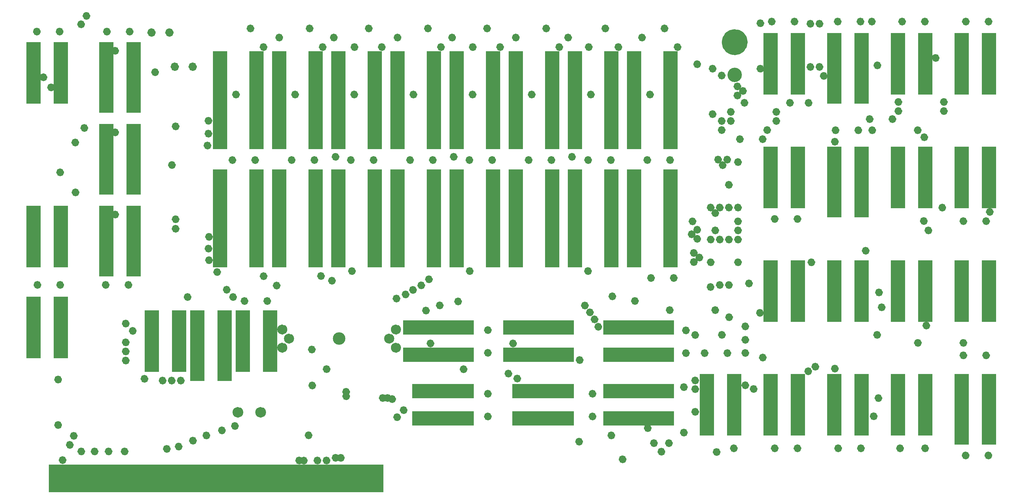
<source format=gbs>
%TF.GenerationSoftware,KiCad,Pcbnew,7.0.6*%
%TF.CreationDate,2023-07-15T00:45:44+02:00*%
%TF.ProjectId,k-1008-visable-memory,6b2d3130-3038-42d7-9669-7361626c652d,rev?*%
%TF.SameCoordinates,Original*%
%TF.FileFunction,Soldermask,Bot*%
%TF.FilePolarity,Negative*%
%FSLAX46Y46*%
G04 Gerber Fmt 4.6, Leading zero omitted, Abs format (unit mm)*
G04 Created by KiCad (PCBNEW 7.0.6) date 2023-07-15 00:45:44*
%MOMM*%
%LPD*%
G01*
G04 APERTURE LIST*
G04 Aperture macros list*
%AMRoundRect*
0 Rectangle with rounded corners*
0 $1 Rounding radius*
0 $2 $3 $4 $5 $6 $7 $8 $9 X,Y pos of 4 corners*
0 Add a 4 corners polygon primitive as box body*
4,1,4,$2,$3,$4,$5,$6,$7,$8,$9,$2,$3,0*
0 Add four circle primitives for the rounded corners*
1,1,$1+$1,$2,$3*
1,1,$1+$1,$4,$5*
1,1,$1+$1,$6,$7*
1,1,$1+$1,$8,$9*
0 Add four rect primitives between the rounded corners*
20,1,$1+$1,$2,$3,$4,$5,0*
20,1,$1+$1,$4,$5,$6,$7,0*
20,1,$1+$1,$6,$7,$8,$9,0*
20,1,$1+$1,$8,$9,$2,$3,0*%
%AMFreePoly0*
4,1,22,-1.300000,3.270000,1.300000,3.270000,1.300000,-1.970000,1.280250,-2.195743,1.221600,-2.414626,1.125833,-2.620000,0.995858,-2.805624,0.835624,-2.965858,0.650000,-3.095833,0.444626,-3.191600,0.225743,-3.250250,0.000000,-3.270000,-0.225743,-3.250250,-0.444626,-3.191600,-0.650000,-3.095833,-0.835624,-2.965858,-0.995858,-2.805624,-1.125833,-2.620000,-1.221600,-2.414626,-1.280250,-2.195743,
-1.300000,-1.970000,-1.300000,3.270000,-1.300000,3.270000,$1*%
G04 Aperture macros list end*
%ADD10C,1.100000*%
%ADD11C,1.100001*%
%ADD12C,1.200000*%
%ADD13C,1.500000*%
%ADD14C,3.600000*%
%ADD15C,2.000000*%
%ADD16C,1.400000*%
%ADD17C,0.120000*%
%ADD18C,1.800000*%
%ADD19RoundRect,0.600000X-1.000000X0.000000X1.000000X0.000000X1.000000X0.000000X-1.000000X0.000000X0*%
%ADD20C,2.000000*%
%ADD21RoundRect,0.600000X0.000000X-1.000000X0.000000X1.000000X0.000000X1.000000X0.000000X-1.000000X0*%
%ADD22C,1.600000*%
%ADD23C,2.400000*%
%ADD24C,6.500000*%
%ADD25C,3.500000*%
%ADD26O,3.500000X3.500000*%
%ADD27C,2.200000*%
%ADD28FreePoly0,180.000000*%
G04 APERTURE END LIST*
D10*
X275430000Y-162060000D02*
G75*
G03*
X275430000Y-162060000I-550000J0D01*
G01*
X99540000Y-100430000D02*
G75*
G03*
X99540000Y-100430000I-550000J0D01*
G01*
X165630000Y-139180000D02*
G75*
G03*
X165630000Y-139180000I-550000J0D01*
G01*
X125730000Y-129620000D02*
G75*
G03*
X125730000Y-129620000I-550000J0D01*
G01*
X132970000Y-182460000D02*
G75*
G03*
X132970000Y-182460000I-550000J0D01*
G01*
X86880000Y-187740000D02*
G75*
G03*
X86880000Y-187740000I-550000J0D01*
G01*
X311270000Y-179740000D02*
G75*
G03*
X311270000Y-179740000I-550000J0D01*
G01*
X313500000Y-149300000D02*
G75*
G03*
X313500000Y-149300000I-550000J0D01*
G01*
X275430000Y-154630000D02*
G75*
G03*
X275430000Y-154630000I-550000J0D01*
G01*
X99540000Y-123390000D02*
G75*
G03*
X99540000Y-123390000I-550000J0D01*
G01*
X248200000Y-183050000D02*
G75*
G03*
X248200000Y-183050000I-550000J0D01*
G01*
X330410000Y-121450000D02*
G75*
G03*
X330410000Y-121450000I-550000J0D01*
G01*
X310750000Y-69480000D02*
G75*
G03*
X310750000Y-69480000I-550000J0D01*
G01*
X199300000Y-89860000D02*
G75*
G03*
X199300000Y-89860000I-550000J0D01*
G01*
X158560000Y-166570000D02*
G75*
G03*
X158560000Y-166570000I-550000J0D01*
G01*
X140970000Y-140610000D02*
G75*
G03*
X140970000Y-140610000I-550000J0D01*
G01*
X164020000Y-172920000D02*
G75*
G03*
X164020000Y-172920000I-550000J0D01*
G01*
X125580000Y-132910000D02*
G75*
G03*
X125580000Y-132910000I-550000J0D01*
G01*
X262000000Y-81390000D02*
G75*
G03*
X262000000Y-81390000I-550000J0D01*
G01*
X265730000Y-143630000D02*
G75*
G03*
X265730000Y-143630000I-550000J0D01*
G01*
X102180000Y-189570000D02*
G75*
G03*
X102180000Y-189570000I-550000J0D01*
G01*
X180060000Y-178030000D02*
G75*
G03*
X180060000Y-178030000I-550000J0D01*
G01*
X125730000Y-136140000D02*
G75*
G03*
X125730000Y-136140000I-550000J0D01*
G01*
X102490000Y-153850000D02*
G75*
G03*
X102490000Y-153850000I-550000J0D01*
G01*
X293880000Y-136730000D02*
G75*
G03*
X293880000Y-136730000I-550000J0D01*
G01*
X297330000Y-84660000D02*
G75*
G03*
X297330000Y-84660000I-550000J0D01*
G01*
X112780000Y-169770000D02*
G75*
G03*
X112780000Y-169770000I-550000J0D01*
G01*
X79530000Y-85040000D02*
G75*
G03*
X79530000Y-85040000I-550000J0D01*
G01*
X97700000Y-189570000D02*
G75*
G03*
X97700000Y-189570000I-550000J0D01*
G01*
X176860000Y-174940000D02*
G75*
G03*
X176860000Y-174940000I-550000J0D01*
G01*
X125570000Y-100790000D02*
G75*
G03*
X125570000Y-100790000I-550000J0D01*
G01*
X162530000Y-191360000D02*
G75*
G03*
X162530000Y-191360000I-550000J0D01*
G01*
X84180000Y-111600000D02*
G75*
G03*
X84180000Y-111600000I-550000J0D01*
G01*
X116410000Y-98760000D02*
G75*
G03*
X116410000Y-98760000I-550000J0D01*
G01*
X292990000Y-167170000D02*
G75*
G03*
X292990000Y-167170000I-550000J0D01*
G01*
X294980000Y-165890000D02*
G75*
G03*
X294980000Y-165890000I-550000J0D01*
G01*
X117860000Y-169770000D02*
G75*
G03*
X117860000Y-169770000I-550000J0D01*
G01*
X164020000Y-174150000D02*
G75*
G03*
X164020000Y-174150000I-550000J0D01*
G01*
X300430000Y-103040000D02*
G75*
G03*
X300430000Y-103040000I-550000J0D01*
G01*
X115380000Y-109550000D02*
G75*
G03*
X115380000Y-109550000I-550000J0D01*
G01*
X125300000Y-104110000D02*
G75*
G03*
X125300000Y-104110000I-550000J0D01*
G01*
X280310000Y-163340000D02*
G75*
G03*
X280310000Y-163340000I-550000J0D01*
G01*
X276460000Y-142630000D02*
G75*
G03*
X276460000Y-142630000I-550000J0D01*
G01*
X99540000Y-77640000D02*
G75*
G03*
X99540000Y-77640000I-550000J0D01*
G01*
X156990000Y-140560000D02*
G75*
G03*
X156990000Y-140560000I-550000J0D01*
G01*
X232060000Y-150710000D02*
G75*
G03*
X232060000Y-150710000I-550000J0D01*
G01*
X180600000Y-145710000D02*
G75*
G03*
X180600000Y-145710000I-550000J0D01*
G01*
X125000000Y-185100000D02*
G75*
G03*
X125000000Y-185100000I-550000J0D01*
G01*
X312590000Y-174670000D02*
G75*
G03*
X312590000Y-174670000I-550000J0D01*
G01*
X186290000Y-150210000D02*
G75*
G03*
X186290000Y-150210000I-550000J0D01*
G01*
X229190000Y-164040000D02*
G75*
G03*
X229190000Y-164040000I-550000J0D01*
G01*
X233350000Y-152670000D02*
G75*
G03*
X233350000Y-152670000I-550000J0D01*
G01*
X241180000Y-191770000D02*
G75*
G03*
X241180000Y-191770000I-550000J0D01*
G01*
X166280000Y-89850000D02*
G75*
G03*
X166280000Y-89850000I-550000J0D01*
G01*
X230650000Y-148800000D02*
G75*
G03*
X230650000Y-148800000I-550000J0D01*
G01*
X325390000Y-101790000D02*
G75*
G03*
X325390000Y-101790000I-550000J0D01*
G01*
X178350000Y-73940000D02*
G75*
G03*
X178350000Y-73940000I-550000J0D01*
G01*
X211370000Y-73940000D02*
G75*
G03*
X211370000Y-73940000I-550000J0D01*
G01*
X178240000Y-180000000D02*
G75*
G03*
X178240000Y-180000000I-550000J0D01*
G01*
X215810000Y-89860000D02*
G75*
G03*
X215810000Y-89860000I-550000J0D01*
G01*
X196790000Y-166600000D02*
G75*
G03*
X196790000Y-166600000I-550000J0D01*
G01*
X309030000Y-133500000D02*
G75*
G03*
X309030000Y-133500000I-550000J0D01*
G01*
X211770000Y-169210000D02*
G75*
G03*
X211770000Y-169210000I-550000J0D01*
G01*
X158530000Y-192100000D02*
G75*
G03*
X158530000Y-192100000I-550000J0D01*
G01*
X144610000Y-143230000D02*
G75*
G03*
X144610000Y-143230000I-550000J0D01*
G01*
X268900000Y-157000000D02*
G75*
G03*
X268900000Y-157000000I-550000J0D01*
G01*
X81650000Y-87870000D02*
G75*
G03*
X81650000Y-87870000I-550000J0D01*
G01*
X175570000Y-174640000D02*
G75*
G03*
X175570000Y-174640000I-550000J0D01*
G01*
X160050000Y-141870000D02*
G75*
G03*
X160050000Y-141870000I-550000J0D01*
G01*
X87980000Y-185210000D02*
G75*
G03*
X87980000Y-185210000I-550000J0D01*
G01*
X115320000Y-169770000D02*
G75*
G03*
X115320000Y-169770000I-550000J0D01*
G01*
X325260000Y-125200000D02*
G75*
G03*
X325260000Y-125200000I-550000J0D01*
G01*
X88470000Y-117200000D02*
G75*
G03*
X88470000Y-117200000I-550000J0D01*
G01*
X231520000Y-139180000D02*
G75*
G03*
X231520000Y-139180000I-550000J0D01*
G01*
X312300000Y-81710000D02*
G75*
G03*
X312300000Y-81710000I-550000J0D01*
G01*
X116410000Y-127350000D02*
G75*
G03*
X116410000Y-127350000I-550000J0D01*
G01*
X190140000Y-148770000D02*
G75*
G03*
X190140000Y-148770000I-550000J0D01*
G01*
X328560000Y-79640000D02*
G75*
G03*
X328560000Y-79640000I-550000J0D01*
G01*
X277760000Y-172120000D02*
G75*
G03*
X277760000Y-172120000I-550000J0D01*
G01*
X90080000Y-189570000D02*
G75*
G03*
X90080000Y-189570000I-550000J0D01*
G01*
X121240000Y-186560000D02*
G75*
G03*
X121240000Y-186560000I-550000J0D01*
G01*
X84860000Y-191990000D02*
G75*
G03*
X84860000Y-191990000I-550000J0D01*
G01*
X178060000Y-146860000D02*
G75*
G03*
X178060000Y-146860000I-550000J0D01*
G01*
X102490000Y-159090000D02*
G75*
G03*
X102490000Y-159090000I-550000J0D01*
G01*
X90030000Y-70240000D02*
G75*
G03*
X90030000Y-70240000I-550000J0D01*
G01*
X128010000Y-139450000D02*
G75*
G03*
X128010000Y-139450000I-550000J0D01*
G01*
X184980000Y-143170000D02*
G75*
G03*
X184980000Y-143170000I-550000J0D01*
G01*
X117260000Y-188210000D02*
G75*
G03*
X117260000Y-188210000I-550000J0D01*
G01*
X229040000Y-186840000D02*
G75*
G03*
X229040000Y-186840000I-550000J0D01*
G01*
X107720000Y-169270000D02*
G75*
G03*
X107720000Y-169270000I-550000J0D01*
G01*
X155990000Y-192100000D02*
G75*
G03*
X155990000Y-192100000I-550000J0D01*
G01*
X102490000Y-164170000D02*
G75*
G03*
X102490000Y-164170000I-550000J0D01*
G01*
X187550000Y-159400000D02*
G75*
G03*
X187550000Y-159400000I-550000J0D01*
G01*
X194040000Y-107260000D02*
G75*
G03*
X194040000Y-107260000I-550000J0D01*
G01*
X133260000Y-89860000D02*
G75*
G03*
X133260000Y-89860000I-550000J0D01*
G01*
X102490000Y-161630000D02*
G75*
G03*
X102490000Y-161630000I-550000J0D01*
G01*
X232320000Y-89860000D02*
G75*
G03*
X232320000Y-89860000I-550000J0D01*
G01*
X343670000Y-122650000D02*
G75*
G03*
X343670000Y-122650000I-550000J0D01*
G01*
X161050000Y-107260000D02*
G75*
G03*
X161050000Y-107260000I-550000J0D01*
G01*
X88400000Y-103260000D02*
G75*
G03*
X88400000Y-103260000I-550000J0D01*
G01*
X104440000Y-155890000D02*
G75*
G03*
X104440000Y-155890000I-550000J0D01*
G01*
X238040000Y-185090000D02*
G75*
G03*
X238040000Y-185090000I-550000J0D01*
G01*
X116410000Y-124710000D02*
G75*
G03*
X116410000Y-124710000I-550000J0D01*
G01*
X195260000Y-147667000D02*
G75*
G03*
X195260000Y-147667000I-550000J0D01*
G01*
X125570000Y-97190000D02*
G75*
G03*
X125570000Y-97190000I-550000J0D01*
G01*
X154430000Y-161100000D02*
G75*
G03*
X154430000Y-161100000I-550000J0D01*
G01*
X238320000Y-146240000D02*
G75*
G03*
X238320000Y-146240000I-550000J0D01*
G01*
X187120000Y-141480000D02*
G75*
G03*
X187120000Y-141480000I-550000J0D01*
G01*
X279520000Y-150850000D02*
G75*
G03*
X279520000Y-150850000I-550000J0D01*
G01*
X182670000Y-144450000D02*
G75*
G03*
X182670000Y-144450000I-550000J0D01*
G01*
X91520000Y-67890000D02*
G75*
G03*
X91520000Y-67890000I-550000J0D01*
G01*
X150910000Y-192100000D02*
G75*
G03*
X150910000Y-192100000I-550000J0D01*
G01*
X210600000Y-159400000D02*
G75*
G03*
X210600000Y-159400000I-550000J0D01*
G01*
X113950000Y-188860000D02*
G75*
G03*
X113950000Y-188860000I-550000J0D01*
G01*
X267430000Y-189730000D02*
G75*
G03*
X267430000Y-189730000I-550000J0D01*
G01*
X270920000Y-152070000D02*
G75*
G03*
X270920000Y-152070000I-550000J0D01*
G01*
X182790000Y-89860000D02*
G75*
G03*
X182790000Y-89860000I-550000J0D01*
G01*
X130670000Y-144390000D02*
G75*
G03*
X130670000Y-144390000I-550000J0D01*
G01*
X326530000Y-127820000D02*
G75*
G03*
X326530000Y-127820000I-550000J0D01*
G01*
X209300000Y-167820000D02*
G75*
G03*
X209300000Y-167820000I-550000J0D01*
G01*
X154550000Y-171140000D02*
G75*
G03*
X154550000Y-171140000I-550000J0D01*
G01*
X227050000Y-107260000D02*
G75*
G03*
X227050000Y-107260000I-550000J0D01*
G01*
X90920000Y-99200000D02*
G75*
G03*
X90920000Y-99200000I-550000J0D01*
G01*
X234390000Y-154740000D02*
G75*
G03*
X234390000Y-154740000I-550000J0D01*
G01*
X248830000Y-89860000D02*
G75*
G03*
X248830000Y-89860000I-550000J0D01*
G01*
X312750000Y-145150000D02*
G75*
G03*
X312750000Y-145150000I-550000J0D01*
G01*
X174220000Y-174640000D02*
G75*
G03*
X174220000Y-174640000I-550000J0D01*
G01*
X246600000Y-73940000D02*
G75*
G03*
X246600000Y-73940000I-550000J0D01*
G01*
X129330000Y-183690000D02*
G75*
G03*
X129330000Y-183690000I-550000J0D01*
G01*
X110690000Y-83620000D02*
G75*
G03*
X110690000Y-83620000I-550000J0D01*
G01*
X293090000Y-92190000D02*
G75*
G03*
X293090000Y-92190000I-550000J0D01*
G01*
X272230000Y-188690000D02*
G75*
G03*
X272230000Y-188690000I-550000J0D01*
G01*
X93800000Y-189570000D02*
G75*
G03*
X93800000Y-189570000I-550000J0D01*
G01*
X145330000Y-73940000D02*
G75*
G03*
X145330000Y-73940000I-550000J0D01*
G01*
X312230000Y-157000000D02*
G75*
G03*
X312230000Y-157000000I-550000J0D01*
G01*
X198500000Y-139180000D02*
G75*
G03*
X198500000Y-139180000I-550000J0D01*
G01*
X153520000Y-185060000D02*
G75*
G03*
X153520000Y-185060000I-550000J0D01*
G01*
X149770000Y-89860000D02*
G75*
G03*
X149770000Y-89860000I-550000J0D01*
G01*
X325960000Y-154400000D02*
G75*
G03*
X325960000Y-154400000I-550000J0D01*
G01*
X244620000Y-147530000D02*
G75*
G03*
X244620000Y-147530000I-550000J0D01*
G01*
X300430000Y-166430000D02*
G75*
G03*
X300430000Y-166430000I-550000J0D01*
G01*
%TO.C,C23*%
X132262500Y-108170000D02*
G75*
G03*
X132262500Y-108170000I-550000J0D01*
G01*
X138612500Y-108170000D02*
G75*
G03*
X138612500Y-108170000I-550000J0D01*
G01*
%TO.C,C18*%
X336300000Y-162730000D02*
G75*
G03*
X336300000Y-162730000I-550000J0D01*
G01*
X342650000Y-162730000D02*
G75*
G03*
X342650000Y-162730000I-550000J0D01*
G01*
%TO.C,D4*%
X284080000Y-94710000D02*
G75*
G03*
X284080000Y-94710000I-550000J0D01*
G01*
X271380000Y-94710000D02*
G75*
G03*
X271380000Y-94710000I-550000J0D01*
G01*
%TO.C,C35*%
X97230000Y-72280000D02*
G75*
G03*
X97230000Y-72280000I-550000J0D01*
G01*
X103580000Y-72280000D02*
G75*
G03*
X103580000Y-72280000I-550000J0D01*
G01*
%TO.C,U17*%
G36*
X319500000Y-136160000D02*
G01*
X315500000Y-136160000D01*
X315500000Y-153400000D01*
X319500000Y-153400000D01*
X319500000Y-136160000D01*
G37*
G36*
X327120000Y-136160000D02*
G01*
X323120000Y-136160000D01*
X323120000Y-153400000D01*
X327120000Y-153400000D01*
X327120000Y-136160000D01*
G37*
%TO.C,R2*%
X258280000Y-171600000D02*
G75*
G03*
X258280000Y-171600000I-550000J0D01*
G01*
X258280000Y-184300000D02*
G75*
G03*
X258280000Y-184300000I-550000J0D01*
G01*
%TO.C,R8*%
X273390000Y-108730000D02*
G75*
G03*
X273390000Y-108730000I-550000J0D01*
G01*
X273390000Y-121430000D02*
G75*
G03*
X273390000Y-121430000I-550000J0D01*
G01*
%TO.C,C38*%
X173963973Y-76600000D02*
G75*
G03*
X173963973Y-76600000I-550000J0D01*
G01*
D11*
X170321763Y-71398385D02*
G75*
G03*
X170321763Y-71398385I-550000J0D01*
G01*
%TO.C,U24*%
G36*
X179800000Y-110760000D02*
G01*
X175800000Y-110760000D01*
X175800000Y-138160000D01*
X179800000Y-138160000D01*
X179800000Y-110760000D01*
G37*
G36*
X189960000Y-110760000D02*
G01*
X185960000Y-110760000D01*
X185960000Y-138160000D01*
X189960000Y-138160000D01*
X189960000Y-110760000D01*
G37*
%TO.C,C55*%
D12*
X116230000Y-82090000D02*
G75*
G03*
X116230000Y-82090000I-600000J0D01*
G01*
X121230000Y-82090000D02*
G75*
G03*
X121230000Y-82090000I-600000J0D01*
G01*
%TO.C,U47*%
G36*
X337280000Y-72660000D02*
G01*
X333280000Y-72660000D01*
X333280000Y-89900000D01*
X337280000Y-89900000D01*
X337280000Y-72660000D01*
G37*
G36*
X344900000Y-72660000D02*
G01*
X340900000Y-72660000D01*
X340900000Y-89900000D01*
X344900000Y-89900000D01*
X344900000Y-72660000D01*
G37*
%TO.C,U33*%
G36*
X98520000Y-98060000D02*
G01*
X94520000Y-98060000D01*
X94520000Y-117840000D01*
X98520000Y-117840000D01*
X98520000Y-98060000D01*
G37*
G36*
X106140000Y-98060000D02*
G01*
X102140000Y-98060000D01*
X102140000Y-117840000D01*
X106140000Y-117840000D01*
X106140000Y-98060000D01*
G37*
%TO.C,U9*%
G36*
X235220000Y-160560000D02*
G01*
X255000000Y-160560000D01*
X255000000Y-164560000D01*
X235220000Y-164560000D01*
X235220000Y-160560000D01*
G37*
G36*
X235220000Y-152940000D02*
G01*
X255000000Y-152940000D01*
X255000000Y-156940000D01*
X235220000Y-156940000D01*
X235220000Y-152940000D01*
G37*
%TO.C,C42*%
D10*
X240000000Y-76600000D02*
G75*
G03*
X240000000Y-76600000I-550000J0D01*
G01*
D11*
X236357790Y-71398385D02*
G75*
G03*
X236357790Y-71398385I-550000J0D01*
G01*
%TO.C,R3*%
D10*
X261440000Y-169740000D02*
G75*
G03*
X261440000Y-169740000I-550000J0D01*
G01*
X261440000Y-157040000D02*
G75*
G03*
X261440000Y-157040000I-550000J0D01*
G01*
%TO.C,R17*%
X293600000Y-82150000D02*
G75*
G03*
X293600000Y-82150000I-550000J0D01*
G01*
X293600000Y-70090000D02*
G75*
G03*
X293600000Y-70090000I-550000J0D01*
G01*
%TO.C,C34*%
X77680000Y-72280000D02*
G75*
G03*
X77680000Y-72280000I-550000J0D01*
G01*
X84030000Y-72280000D02*
G75*
G03*
X84030000Y-72280000I-550000J0D01*
G01*
%TO.C,S1*%
G36*
X123920000Y-150130000D02*
G01*
X119920000Y-150130000D01*
X119920000Y-169910000D01*
X123920000Y-169910000D01*
X123920000Y-150130000D01*
G37*
G36*
X131540000Y-150130000D02*
G01*
X127540000Y-150130000D01*
X127540000Y-169910000D01*
X131540000Y-169910000D01*
X131540000Y-150130000D01*
G37*
%TO.C,R10*%
X323560000Y-99830000D02*
G75*
G03*
X323560000Y-99830000I-550000J0D01*
G01*
X310860000Y-99830000D02*
G75*
G03*
X310860000Y-99830000I-550000J0D01*
G01*
%TO.C,Q6*%
X267840000Y-108040000D02*
G75*
G03*
X267840000Y-108040000I-550000J0D01*
G01*
X269110000Y-109590000D02*
G75*
G03*
X269110000Y-109590000I-550000J0D01*
G01*
X270380000Y-108040000D02*
G75*
G03*
X270380000Y-108040000I-550000J0D01*
G01*
%TO.C,U44*%
G36*
X283940000Y-72660000D02*
G01*
X279940000Y-72660000D01*
X279940000Y-89900000D01*
X283940000Y-89900000D01*
X283940000Y-72660000D01*
G37*
G36*
X291560000Y-72660000D02*
G01*
X287560000Y-72660000D01*
X287560000Y-89900000D01*
X291560000Y-89900000D01*
X291560000Y-72660000D01*
G37*
%TO.C,U2*%
G36*
X111220000Y-150130000D02*
G01*
X107220000Y-150130000D01*
X107220000Y-167370000D01*
X111220000Y-167370000D01*
X111220000Y-150130000D01*
G37*
G36*
X118840000Y-150130000D02*
G01*
X114840000Y-150130000D01*
X114840000Y-167370000D01*
X118840000Y-167370000D01*
X118840000Y-150130000D01*
G37*
%TO.C,C46*%
X282810000Y-69480000D02*
G75*
G03*
X282810000Y-69480000I-550000J0D01*
G01*
X289160000Y-69480000D02*
G75*
G03*
X289160000Y-69480000I-550000J0D01*
G01*
%TO.C,U41*%
G36*
X212820000Y-77740000D02*
G01*
X208820000Y-77740000D01*
X208820000Y-105140000D01*
X212820000Y-105140000D01*
X212820000Y-77740000D01*
G37*
G36*
X222980000Y-77740000D02*
G01*
X218980000Y-77740000D01*
X218980000Y-105140000D01*
X222980000Y-105140000D01*
X222980000Y-77740000D01*
G37*
%TO.C,U21*%
G36*
X130270000Y-110760000D02*
G01*
X126270000Y-110760000D01*
X126270000Y-138160000D01*
X130270000Y-138160000D01*
X130270000Y-110760000D01*
G37*
G36*
X140430000Y-110760000D02*
G01*
X136430000Y-110760000D01*
X136430000Y-138160000D01*
X140430000Y-138160000D01*
X140430000Y-110760000D01*
G37*
%TO.C,U12*%
G36*
X301720000Y-167910000D02*
G01*
X297720000Y-167910000D01*
X297720000Y-185150000D01*
X301720000Y-185150000D01*
X301720000Y-167910000D01*
G37*
G36*
X309340000Y-167910000D02*
G01*
X305340000Y-167910000D01*
X305340000Y-185150000D01*
X309340000Y-185150000D01*
X309340000Y-167910000D01*
G37*
%TO.C,U11*%
G36*
X283940000Y-167910000D02*
G01*
X279940000Y-167910000D01*
X279940000Y-185150000D01*
X283940000Y-185150000D01*
X283940000Y-167910000D01*
G37*
G36*
X291560000Y-167910000D02*
G01*
X287560000Y-167910000D01*
X287560000Y-185150000D01*
X291560000Y-185150000D01*
X291560000Y-167910000D01*
G37*
%TO.C,C24*%
X148800000Y-108160000D02*
G75*
G03*
X148800000Y-108160000I-550000J0D01*
G01*
X155150000Y-108160000D02*
G75*
G03*
X155150000Y-108160000I-550000J0D01*
G01*
%TO.C,U23*%
G36*
X163290000Y-110760000D02*
G01*
X159290000Y-110760000D01*
X159290000Y-138160000D01*
X163290000Y-138160000D01*
X163290000Y-110760000D01*
G37*
G36*
X173450000Y-110760000D02*
G01*
X169450000Y-110760000D01*
X169450000Y-138160000D01*
X173450000Y-138160000D01*
X173450000Y-110760000D01*
G37*
%TO.C,C50*%
X273390000Y-136720000D02*
G75*
G03*
X273390000Y-136720000I-550000J0D01*
G01*
X273390000Y-130370000D02*
G75*
G03*
X273390000Y-130370000I-550000J0D01*
G01*
%TO.C,U15*%
G36*
X283940000Y-136160000D02*
G01*
X279940000Y-136160000D01*
X279940000Y-153400000D01*
X283940000Y-153400000D01*
X283940000Y-136160000D01*
G37*
G36*
X291560000Y-136160000D02*
G01*
X287560000Y-136160000D01*
X287560000Y-153400000D01*
X291560000Y-153400000D01*
X291560000Y-136160000D01*
G37*
%TO.C,U25*%
G36*
X196310000Y-110760000D02*
G01*
X192310000Y-110760000D01*
X192310000Y-138160000D01*
X196310000Y-138160000D01*
X196310000Y-110760000D01*
G37*
G36*
X206470000Y-110760000D02*
G01*
X202470000Y-110760000D01*
X202470000Y-138160000D01*
X206470000Y-138160000D01*
X206470000Y-110760000D01*
G37*
%TO.C,U8*%
G36*
X235220000Y-178340000D02*
G01*
X255000000Y-178340000D01*
X255000000Y-182340000D01*
X235220000Y-182340000D01*
X235220000Y-178340000D01*
G37*
G36*
X235220000Y-170720000D02*
G01*
X255000000Y-170720000D01*
X255000000Y-174720000D01*
X235220000Y-174720000D01*
X235220000Y-170720000D01*
G37*
%TO.C,C15*%
X258850000Y-162100000D02*
G75*
G03*
X258850000Y-162100000I-550000J0D01*
G01*
X258850000Y-155750000D02*
G75*
G03*
X258850000Y-155750000I-550000J0D01*
G01*
%TO.C,C13*%
X135630000Y-147550000D02*
G75*
G03*
X135630000Y-147550000I-550000J0D01*
G01*
X141980000Y-147550000D02*
G75*
G03*
X141980000Y-147550000I-550000J0D01*
G01*
%TO.C,R6*%
X323600000Y-159240000D02*
G75*
G03*
X323600000Y-159240000I-550000J0D01*
G01*
X336300000Y-159240000D02*
G75*
G03*
X336300000Y-159240000I-550000J0D01*
G01*
%TO.C,C41*%
X223500000Y-76600000D02*
G75*
G03*
X223500000Y-76600000I-550000J0D01*
G01*
D11*
X219857790Y-71398385D02*
G75*
G03*
X219857790Y-71398385I-550000J0D01*
G01*
%TO.C,U7*%
G36*
X207280000Y-160560000D02*
G01*
X227060000Y-160560000D01*
X227060000Y-164560000D01*
X207280000Y-164560000D01*
X207280000Y-160560000D01*
G37*
G36*
X207280000Y-152940000D02*
G01*
X227060000Y-152940000D01*
X227060000Y-156940000D01*
X207280000Y-156940000D01*
X207280000Y-152940000D01*
G37*
%TO.C,C1*%
D13*
X140350000Y-178630000D02*
G75*
G03*
X140350000Y-178630000I-750000J0D01*
G01*
X134000000Y-178630000D02*
G75*
G03*
X134000000Y-178630000I-750000J0D01*
G01*
%TO.C,D3*%
D10*
X284080000Y-97250000D02*
G75*
G03*
X284080000Y-97250000I-550000J0D01*
G01*
X271380000Y-97250000D02*
G75*
G03*
X271380000Y-97250000I-550000J0D01*
G01*
%TO.C,J1*%
D14*
X273720000Y-75226000D02*
G75*
G03*
X273720000Y-75226000I-1800000J0D01*
G01*
D15*
X272920000Y-84370000D02*
G75*
G03*
X272920000Y-84370000I-1000000J0D01*
G01*
%TO.C,U14*%
G36*
X337280000Y-167910000D02*
G01*
X333280000Y-167910000D01*
X333280000Y-187690000D01*
X337280000Y-187690000D01*
X337280000Y-167910000D01*
G37*
G36*
X344900000Y-167910000D02*
G01*
X340900000Y-167910000D01*
X340900000Y-187690000D01*
X344900000Y-187690000D01*
X344900000Y-167910000D01*
G37*
%TO.C,U45*%
G36*
X301720000Y-72660000D02*
G01*
X297720000Y-72660000D01*
X297720000Y-92440000D01*
X301720000Y-92440000D01*
X301720000Y-72660000D01*
G37*
G36*
X309340000Y-72660000D02*
G01*
X305340000Y-72660000D01*
X305340000Y-92440000D01*
X309340000Y-92440000D01*
X309340000Y-72660000D01*
G37*
%TO.C,C39*%
D10*
X190477946Y-76600000D02*
G75*
G03*
X190477946Y-76600000I-550000J0D01*
G01*
D11*
X186835736Y-71398385D02*
G75*
G03*
X186835736Y-71398385I-550000J0D01*
G01*
%TO.C,U20*%
G36*
X98520000Y-120920000D02*
G01*
X94520000Y-120920000D01*
X94520000Y-140700000D01*
X98520000Y-140700000D01*
X98520000Y-120920000D01*
G37*
G36*
X106140000Y-120920000D02*
G01*
X102140000Y-120920000D01*
X102140000Y-140700000D01*
X106140000Y-140700000D01*
X106140000Y-120920000D01*
G37*
%TO.C,C5*%
D10*
X261450000Y-172150000D02*
G75*
G03*
X261450000Y-172150000I-550000J0D01*
G01*
X261450000Y-178500000D02*
G75*
G03*
X261450000Y-178500000I-550000J0D01*
G01*
%TO.C,R7*%
X260690000Y-125290000D02*
G75*
G03*
X260690000Y-125290000I-550000J0D01*
G01*
X273390000Y-125290000D02*
G75*
G03*
X273390000Y-125290000I-550000J0D01*
G01*
%TO.C,C12*%
X96890000Y-143040000D02*
G75*
G03*
X96890000Y-143040000I-550000J0D01*
G01*
X103240000Y-143040000D02*
G75*
G03*
X103240000Y-143040000I-550000J0D01*
G01*
%TO.C,U38*%
G36*
X163290000Y-77740000D02*
G01*
X159290000Y-77740000D01*
X159290000Y-105140000D01*
X163290000Y-105140000D01*
X163290000Y-77740000D01*
G37*
G36*
X173450000Y-77740000D02*
G01*
X169450000Y-77740000D01*
X169450000Y-105140000D01*
X173450000Y-105140000D01*
X173450000Y-77740000D01*
G37*
%TO.C,C4*%
X232780000Y-179800000D02*
G75*
G03*
X232780000Y-179800000I-550000J0D01*
G01*
X232780000Y-173450000D02*
G75*
G03*
X232780000Y-173450000I-550000J0D01*
G01*
%TO.C,Q2*%
D16*
X178060000Y-160580000D02*
G75*
G03*
X178060000Y-160580000I-700000J0D01*
G01*
X176180000Y-158040000D02*
G75*
G03*
X176180000Y-158040000I-700000J0D01*
G01*
X178060000Y-155500000D02*
G75*
G03*
X178060000Y-155500000I-700000J0D01*
G01*
%TO.C,C9*%
D10*
X318630000Y-188690000D02*
G75*
G03*
X318630000Y-188690000I-550000J0D01*
G01*
X325610000Y-188690000D02*
G75*
G03*
X325610000Y-188690000I-550000J0D01*
G01*
%TO.C,C36*%
X140950000Y-76600000D02*
G75*
G03*
X140950000Y-76600000I-550000J0D01*
G01*
D11*
X137307790Y-71398385D02*
G75*
G03*
X137307790Y-71398385I-550000J0D01*
G01*
%TO.C,U4*%
G36*
X181880000Y-178340000D02*
G01*
X199120000Y-178340000D01*
X199120000Y-182340000D01*
X181880000Y-182340000D01*
X181880000Y-178340000D01*
G37*
G36*
X181880000Y-170720000D02*
G01*
X199120000Y-170720000D01*
X199120000Y-174720000D01*
X181880000Y-174720000D01*
X181880000Y-170720000D01*
G37*
%TO.C,U3*%
G36*
X136620000Y-150130000D02*
G01*
X132620000Y-150130000D01*
X132620000Y-167370000D01*
X136620000Y-167370000D01*
X136620000Y-150130000D01*
G37*
G36*
X144240000Y-150130000D02*
G01*
X140240000Y-150130000D01*
X140240000Y-167370000D01*
X144240000Y-167370000D01*
X144240000Y-150130000D01*
G37*
%TO.C,U1*%
G36*
X78200000Y-146320000D02*
G01*
X74200000Y-146320000D01*
X74200000Y-163560000D01*
X78200000Y-163560000D01*
X78200000Y-146320000D01*
G37*
G36*
X85820000Y-146320000D02*
G01*
X81820000Y-146320000D01*
X81820000Y-163560000D01*
X85820000Y-163560000D01*
X85820000Y-146320000D01*
G37*
%TO.C,U22*%
G36*
X146780000Y-110760000D02*
G01*
X142780000Y-110760000D01*
X142780000Y-138160000D01*
X146780000Y-138160000D01*
X146780000Y-110760000D01*
G37*
G36*
X156940000Y-110760000D02*
G01*
X152940000Y-110760000D01*
X152940000Y-138160000D01*
X156940000Y-138160000D01*
X156940000Y-110760000D01*
G37*
%TO.C,C7*%
D10*
X283640000Y-188690000D02*
G75*
G03*
X283640000Y-188690000I-550000J0D01*
G01*
X289990000Y-188690000D02*
G75*
G03*
X289990000Y-188690000I-550000J0D01*
G01*
%TO.C,C47*%
X301220000Y-69480000D02*
G75*
G03*
X301220000Y-69480000I-550000J0D01*
G01*
X307570000Y-69480000D02*
G75*
G03*
X307570000Y-69480000I-550000J0D01*
G01*
%TO.C,Q3*%
X261060000Y-136660000D02*
G75*
G03*
X261060000Y-136660000I-550000J0D01*
G01*
X262610000Y-135390000D02*
G75*
G03*
X262610000Y-135390000I-550000J0D01*
G01*
X261060000Y-134120000D02*
G75*
G03*
X261060000Y-134120000I-550000J0D01*
G01*
%TO.C,R19*%
X268300000Y-130370000D02*
G75*
G03*
X268300000Y-130370000I-550000J0D01*
G01*
X268300000Y-143070000D02*
G75*
G03*
X268300000Y-143070000I-550000J0D01*
G01*
D17*
%TO.C,J2*%
X80510000Y-200840000D02*
X173750000Y-200840000D01*
X173750000Y-200840000D02*
X173750000Y-193260000D01*
X173750000Y-193260000D02*
X80510000Y-193260000D01*
X80510000Y-193260000D02*
X80510000Y-200840000D01*
G36*
X80510000Y-200840000D02*
G01*
X173750000Y-200840000D01*
X173750000Y-193260000D01*
X80510000Y-193260000D01*
X80510000Y-200840000D01*
G37*
%TO.C,R12*%
D10*
X330860000Y-94480000D02*
G75*
G03*
X330860000Y-94480000I-550000J0D01*
G01*
X318160000Y-94480000D02*
G75*
G03*
X318160000Y-94480000I-550000J0D01*
G01*
%TO.C,C11*%
X77840000Y-143040000D02*
G75*
G03*
X77840000Y-143040000I-550000J0D01*
G01*
X84190000Y-143040000D02*
G75*
G03*
X84190000Y-143040000I-550000J0D01*
G01*
%TO.C,C26*%
X181850000Y-108160000D02*
G75*
G03*
X181850000Y-108160000I-550000J0D01*
G01*
X188200000Y-108160000D02*
G75*
G03*
X188200000Y-108160000I-550000J0D01*
G01*
%TO.C,C54*%
X225970000Y-73940000D02*
G75*
G03*
X225970000Y-73940000I-550000J0D01*
G01*
X231734387Y-76603521D02*
G75*
G03*
X231734387Y-76603521I-550000J0D01*
G01*
%TO.C,U13*%
G36*
X319500000Y-167910000D02*
G01*
X315500000Y-167910000D01*
X315500000Y-185150000D01*
X319500000Y-185150000D01*
X319500000Y-167910000D01*
G37*
G36*
X327120000Y-167910000D02*
G01*
X323120000Y-167910000D01*
X323120000Y-185150000D01*
X327120000Y-185150000D01*
X327120000Y-167910000D01*
G37*
%TO.C,U36*%
G36*
X130270000Y-77740000D02*
G01*
X126270000Y-77740000D01*
X126270000Y-105140000D01*
X130270000Y-105140000D01*
X130270000Y-77740000D01*
G37*
G36*
X140430000Y-77740000D02*
G01*
X136430000Y-77740000D01*
X136430000Y-105140000D01*
X140430000Y-105140000D01*
X140430000Y-77740000D01*
G37*
%TO.C,C30*%
X248070000Y-108160000D02*
G75*
G03*
X248070000Y-108160000I-550000J0D01*
G01*
X254420000Y-108160000D02*
G75*
G03*
X254420000Y-108160000I-550000J0D01*
G01*
%TO.C,C43*%
X256520000Y-76600000D02*
G75*
G03*
X256520000Y-76600000I-550000J0D01*
G01*
D11*
X252877790Y-71398385D02*
G75*
G03*
X252877790Y-71398385I-550000J0D01*
G01*
%TO.C,U28*%
G36*
X245840000Y-110760000D02*
G01*
X241840000Y-110760000D01*
X241840000Y-138160000D01*
X245840000Y-138160000D01*
X245840000Y-110760000D01*
G37*
G36*
X256000000Y-110760000D02*
G01*
X252000000Y-110760000D01*
X252000000Y-138160000D01*
X256000000Y-138160000D01*
X256000000Y-110760000D01*
G37*
%TO.C,U5*%
G36*
X179340000Y-160560000D02*
G01*
X199120000Y-160560000D01*
X199120000Y-164560000D01*
X179340000Y-164560000D01*
X179340000Y-160560000D01*
G37*
G36*
X179340000Y-152940000D02*
G01*
X199120000Y-152940000D01*
X199120000Y-156940000D01*
X179340000Y-156940000D01*
X179340000Y-152940000D01*
G37*
%TO.C,C17*%
D10*
X270420000Y-162100000D02*
G75*
G03*
X270420000Y-162100000I-550000J0D01*
G01*
X264070000Y-162100000D02*
G75*
G03*
X264070000Y-162100000I-550000J0D01*
G01*
%TO.C,R14*%
X266300000Y-95340000D02*
G75*
G03*
X266300000Y-95340000I-550000J0D01*
G01*
X266300000Y-82640000D02*
G75*
G03*
X266300000Y-82640000I-550000J0D01*
G01*
%TO.C,U31*%
G36*
X319500000Y-104410000D02*
G01*
X315500000Y-104410000D01*
X315500000Y-121650000D01*
X319500000Y-121650000D01*
X319500000Y-104410000D01*
G37*
G36*
X327120000Y-104410000D02*
G01*
X323120000Y-104410000D01*
X323120000Y-121650000D01*
X327120000Y-121650000D01*
X327120000Y-104410000D01*
G37*
%TO.C,U43*%
G36*
X245840000Y-77740000D02*
G01*
X241840000Y-77740000D01*
X241840000Y-105140000D01*
X245840000Y-105140000D01*
X245840000Y-77740000D01*
G37*
G36*
X256000000Y-77740000D02*
G01*
X252000000Y-77740000D01*
X252000000Y-105140000D01*
X256000000Y-105140000D01*
X256000000Y-77740000D01*
G37*
%TO.C,U30*%
G36*
X301720000Y-104410000D02*
G01*
X297720000Y-104410000D01*
X297720000Y-124190000D01*
X301720000Y-124190000D01*
X301720000Y-104410000D01*
G37*
G36*
X309340000Y-104410000D02*
G01*
X305340000Y-104410000D01*
X305340000Y-124190000D01*
X309340000Y-124190000D01*
X309340000Y-104410000D01*
G37*
%TO.C,R15*%
X275190000Y-92170000D02*
G75*
G03*
X275190000Y-92170000I-550000J0D01*
G01*
X287890000Y-92170000D02*
G75*
G03*
X287890000Y-92170000I-550000J0D01*
G01*
%TO.C,R13*%
X318160000Y-91940000D02*
G75*
G03*
X318160000Y-91940000I-550000J0D01*
G01*
X330860000Y-91940000D02*
G75*
G03*
X330860000Y-91940000I-550000J0D01*
G01*
%TO.C,U34*%
G36*
X78200000Y-75200000D02*
G01*
X74200000Y-75200000D01*
X74200000Y-92440000D01*
X78200000Y-92440000D01*
X78200000Y-75200000D01*
G37*
G36*
X85820000Y-75200000D02*
G01*
X81820000Y-75200000D01*
X81820000Y-92440000D01*
X85820000Y-92440000D01*
X85820000Y-75200000D01*
G37*
%TO.C,Q4*%
X262010000Y-127630000D02*
G75*
G03*
X262010000Y-127630000I-550000J0D01*
G01*
X260460000Y-128900000D02*
G75*
G03*
X260460000Y-128900000I-550000J0D01*
G01*
X262010000Y-130170000D02*
G75*
G03*
X262010000Y-130170000I-550000J0D01*
G01*
%TO.C,U27*%
G36*
X229330000Y-110760000D02*
G01*
X225330000Y-110760000D01*
X225330000Y-138160000D01*
X229330000Y-138160000D01*
X229330000Y-110760000D01*
G37*
G36*
X239490000Y-110760000D02*
G01*
X235490000Y-110760000D01*
X235490000Y-138160000D01*
X239490000Y-138160000D01*
X239490000Y-110760000D01*
G37*
%TO.C,C25*%
X165320000Y-108160000D02*
G75*
G03*
X165320000Y-108160000I-550000J0D01*
G01*
X171670000Y-108160000D02*
G75*
G03*
X171670000Y-108160000I-550000J0D01*
G01*
%TO.C,U18*%
G36*
X337280000Y-136160000D02*
G01*
X333280000Y-136160000D01*
X333280000Y-153400000D01*
X337280000Y-153400000D01*
X337280000Y-136160000D01*
G37*
G36*
X344900000Y-136160000D02*
G01*
X340900000Y-136160000D01*
X340900000Y-153400000D01*
X344900000Y-153400000D01*
X344900000Y-136160000D01*
G37*
%TO.C,Q5*%
X265770000Y-121430000D02*
G75*
G03*
X265770000Y-121430000I-550000J0D01*
G01*
X267040000Y-122980000D02*
G75*
G03*
X267040000Y-122980000I-550000J0D01*
G01*
X268310000Y-121430000D02*
G75*
G03*
X268310000Y-121430000I-550000J0D01*
G01*
%TO.C,C19*%
X265770000Y-136720000D02*
G75*
G03*
X265770000Y-136720000I-550000J0D01*
G01*
X265770000Y-130370000D02*
G75*
G03*
X265770000Y-130370000I-550000J0D01*
G01*
%TO.C,D2*%
X268840000Y-97250000D02*
G75*
G03*
X268840000Y-97250000I-550000J0D01*
G01*
X268840000Y-84550000D02*
G75*
G03*
X268840000Y-84550000I-550000J0D01*
G01*
%TO.C,C20*%
X273390000Y-127820000D02*
G75*
G03*
X273390000Y-127820000I-550000J0D01*
G01*
X267040000Y-127820000D02*
G75*
G03*
X267040000Y-127820000I-550000J0D01*
G01*
%TO.C,C37*%
X157460000Y-76600000D02*
G75*
G03*
X157460000Y-76600000I-550000J0D01*
G01*
D11*
X153817790Y-71398385D02*
G75*
G03*
X153817790Y-71398385I-550000J0D01*
G01*
%TO.C,C14*%
D10*
X203570000Y-162020000D02*
G75*
G03*
X203570000Y-162020000I-550000J0D01*
G01*
X203570000Y-155670000D02*
G75*
G03*
X203570000Y-155670000I-550000J0D01*
G01*
%TO.C,C49*%
X336980000Y-69480000D02*
G75*
G03*
X336980000Y-69480000I-550000J0D01*
G01*
X343330000Y-69480000D02*
G75*
G03*
X343330000Y-69480000I-550000J0D01*
G01*
%TO.C,C28*%
X214950000Y-108160000D02*
G75*
G03*
X214950000Y-108160000I-550000J0D01*
G01*
X221300000Y-108160000D02*
G75*
G03*
X221300000Y-108160000I-550000J0D01*
G01*
%TO.C,R9*%
X268840000Y-99790000D02*
G75*
G03*
X268840000Y-99790000I-550000J0D01*
G01*
X281540000Y-99790000D02*
G75*
G03*
X281540000Y-99790000I-550000J0D01*
G01*
%TO.C,U37*%
G36*
X146780000Y-77740000D02*
G01*
X142780000Y-77740000D01*
X142780000Y-105140000D01*
X146780000Y-105140000D01*
X146780000Y-77740000D01*
G37*
G36*
X156940000Y-77740000D02*
G01*
X152940000Y-77740000D01*
X152940000Y-105140000D01*
X156940000Y-105140000D01*
X156940000Y-77740000D01*
G37*
%TO.C,C29*%
X231550000Y-108160000D02*
G75*
G03*
X231550000Y-108160000I-550000J0D01*
G01*
X237900000Y-108160000D02*
G75*
G03*
X237900000Y-108160000I-550000J0D01*
G01*
%TO.C,C52*%
X160570000Y-73940000D02*
G75*
G03*
X160570000Y-73940000I-550000J0D01*
G01*
X166334387Y-76603521D02*
G75*
G03*
X166334387Y-76603521I-550000J0D01*
G01*
%TO.C,C27*%
X198420000Y-108160000D02*
G75*
G03*
X198420000Y-108160000I-550000J0D01*
G01*
X204770000Y-108160000D02*
G75*
G03*
X204770000Y-108160000I-550000J0D01*
G01*
%TO.C,C16*%
X255460000Y-141110000D02*
G75*
G03*
X255460000Y-141110000I-550000J0D01*
G01*
X249110000Y-141110000D02*
G75*
G03*
X249110000Y-141110000I-550000J0D01*
G01*
%TO.C,D1*%
X83610000Y-182180000D02*
G75*
G03*
X83610000Y-182180000I-550000J0D01*
G01*
X83610000Y-169480000D02*
G75*
G03*
X83610000Y-169480000I-550000J0D01*
G01*
%TO.C,C48*%
X319200000Y-69480000D02*
G75*
G03*
X319200000Y-69480000I-550000J0D01*
G01*
X325550000Y-69480000D02*
G75*
G03*
X325550000Y-69480000I-550000J0D01*
G01*
%TO.C,R16*%
X279640000Y-82640000D02*
G75*
G03*
X279640000Y-82640000I-550000J0D01*
G01*
X279640000Y-69940000D02*
G75*
G03*
X279640000Y-69940000I-550000J0D01*
G01*
%TO.C,P1*%
X252010000Y-189640000D02*
G75*
G03*
X252010000Y-189640000I-550000J0D01*
G01*
X249920000Y-187250000D02*
G75*
G03*
X249920000Y-187250000I-550000J0D01*
G01*
X254110000Y-187250000D02*
G75*
G03*
X254110000Y-187250000I-550000J0D01*
G01*
%TO.C,U10*%
G36*
X266160000Y-167910000D02*
G01*
X262160000Y-167910000D01*
X262160000Y-185150000D01*
X266160000Y-185150000D01*
X266160000Y-167910000D01*
G37*
G36*
X273780000Y-167910000D02*
G01*
X269780000Y-167910000D01*
X269780000Y-185150000D01*
X273780000Y-185150000D01*
X273780000Y-167910000D01*
G37*
%TO.C,C8*%
X301350000Y-188690000D02*
G75*
G03*
X301350000Y-188690000I-550000J0D01*
G01*
X307700000Y-188690000D02*
G75*
G03*
X307700000Y-188690000I-550000J0D01*
G01*
%TO.C,U42*%
G36*
X229330000Y-77740000D02*
G01*
X225330000Y-77740000D01*
X225330000Y-105140000D01*
X229330000Y-105140000D01*
X229330000Y-77740000D01*
G37*
G36*
X239490000Y-77740000D02*
G01*
X235490000Y-77740000D01*
X235490000Y-105140000D01*
X239490000Y-105140000D01*
X239490000Y-77740000D01*
G37*
%TO.C,C53*%
X193590000Y-73940000D02*
G75*
G03*
X193590000Y-73940000I-550000J0D01*
G01*
X199354387Y-76603521D02*
G75*
G03*
X199354387Y-76603521I-550000J0D01*
G01*
%TO.C,U46*%
G36*
X319500000Y-72660000D02*
G01*
X315500000Y-72660000D01*
X315500000Y-89900000D01*
X319500000Y-89900000D01*
X319500000Y-72660000D01*
G37*
G36*
X327120000Y-72660000D02*
G01*
X323120000Y-72660000D01*
X323120000Y-89900000D01*
X327120000Y-89900000D01*
X327120000Y-72660000D01*
G37*
%TO.C,R20*%
X270850000Y-130370000D02*
G75*
G03*
X270850000Y-130370000I-550000J0D01*
G01*
X270850000Y-143070000D02*
G75*
G03*
X270850000Y-143070000I-550000J0D01*
G01*
%TO.C,U16*%
G36*
X301720000Y-136160000D02*
G01*
X297720000Y-136160000D01*
X297720000Y-153400000D01*
X301720000Y-153400000D01*
X301720000Y-136160000D01*
G37*
G36*
X309340000Y-136160000D02*
G01*
X305340000Y-136160000D01*
X305340000Y-153400000D01*
X309340000Y-153400000D01*
X309340000Y-136160000D01*
G37*
%TO.C,C22*%
X336300000Y-125230000D02*
G75*
G03*
X336300000Y-125230000I-550000J0D01*
G01*
X342650000Y-125230000D02*
G75*
G03*
X342650000Y-125230000I-550000J0D01*
G01*
%TO.C,U29*%
G36*
X283940000Y-104410000D02*
G01*
X279940000Y-104410000D01*
X279940000Y-121650000D01*
X283940000Y-121650000D01*
X283940000Y-104410000D01*
G37*
G36*
X291560000Y-104410000D02*
G01*
X287560000Y-104410000D01*
X287560000Y-121650000D01*
X291560000Y-121650000D01*
X291560000Y-104410000D01*
G37*
%TO.C,R5*%
X275430000Y-158380000D02*
G75*
G03*
X275430000Y-158380000I-550000J0D01*
G01*
X275430000Y-171080000D02*
G75*
G03*
X275430000Y-171080000I-550000J0D01*
G01*
%TO.C,C31*%
X280270000Y-102330000D02*
G75*
G03*
X280270000Y-102330000I-550000J0D01*
G01*
X273920000Y-102330000D02*
G75*
G03*
X273920000Y-102330000I-550000J0D01*
G01*
%TO.C,R18*%
X296140000Y-70080000D02*
G75*
G03*
X296140000Y-70080000I-550000J0D01*
G01*
X296140000Y-82140000D02*
G75*
G03*
X296140000Y-82140000I-550000J0D01*
G01*
%TO.C,U32*%
G36*
X337280000Y-104410000D02*
G01*
X333280000Y-104410000D01*
X333280000Y-121650000D01*
X337280000Y-121650000D01*
X337280000Y-104410000D01*
G37*
G36*
X344900000Y-104410000D02*
G01*
X340900000Y-104410000D01*
X340900000Y-121650000D01*
X344900000Y-121650000D01*
X344900000Y-104410000D01*
G37*
%TO.C,C32*%
X300620000Y-99830000D02*
G75*
G03*
X300620000Y-99830000I-550000J0D01*
G01*
X306970000Y-99830000D02*
G75*
G03*
X306970000Y-99830000I-550000J0D01*
G01*
%TO.C,U39*%
G36*
X179800000Y-77740000D02*
G01*
X175800000Y-77740000D01*
X175800000Y-105140000D01*
X179800000Y-105140000D01*
X179800000Y-77740000D01*
G37*
G36*
X189960000Y-77740000D02*
G01*
X185960000Y-77740000D01*
X185960000Y-105140000D01*
X189960000Y-105140000D01*
X189960000Y-77740000D01*
G37*
%TO.C,U40*%
G36*
X196310000Y-77740000D02*
G01*
X192310000Y-77740000D01*
X192310000Y-105140000D01*
X196310000Y-105140000D01*
X196310000Y-77740000D01*
G37*
G36*
X206470000Y-77740000D02*
G01*
X202470000Y-77740000D01*
X202470000Y-105140000D01*
X206470000Y-105140000D01*
X206470000Y-77740000D01*
G37*
%TO.C,C51*%
D12*
X114730000Y-72540000D02*
G75*
G03*
X114730000Y-72540000I-600000J0D01*
G01*
X109730000Y-72540000D02*
G75*
G03*
X109730000Y-72540000I-600000J0D01*
G01*
%TO.C,R1*%
D10*
X119750000Y-146430000D02*
G75*
G03*
X119750000Y-146430000I-550000J0D01*
G01*
X132450000Y-146430000D02*
G75*
G03*
X132450000Y-146430000I-550000J0D01*
G01*
%TO.C,U35*%
G36*
X98520000Y-75200000D02*
G01*
X94520000Y-75200000D01*
X94520000Y-94980000D01*
X98520000Y-94980000D01*
X98520000Y-75200000D01*
G37*
G36*
X106140000Y-75200000D02*
G01*
X102140000Y-75200000D01*
X102140000Y-94980000D01*
X106140000Y-94980000D01*
X106140000Y-75200000D01*
G37*
%TO.C,Q1*%
D16*
X146340000Y-155500000D02*
G75*
G03*
X146340000Y-155500000I-700000J0D01*
G01*
X148220000Y-158040000D02*
G75*
G03*
X148220000Y-158040000I-700000J0D01*
G01*
X146340000Y-160580000D02*
G75*
G03*
X146340000Y-160580000I-700000J0D01*
G01*
%TO.C,C21*%
D10*
X270850000Y-121430000D02*
G75*
G03*
X270850000Y-121430000I-550000J0D01*
G01*
X270850000Y-115080000D02*
G75*
G03*
X270850000Y-115080000I-550000J0D01*
G01*
%TO.C,U19*%
G36*
X78200000Y-120920000D02*
G01*
X74200000Y-120920000D01*
X74200000Y-138160000D01*
X78200000Y-138160000D01*
X78200000Y-120920000D01*
G37*
G36*
X85820000Y-120920000D02*
G01*
X81820000Y-120920000D01*
X81820000Y-138160000D01*
X85820000Y-138160000D01*
X85820000Y-120920000D01*
G37*
%TO.C,R4*%
X254330000Y-150090000D02*
G75*
G03*
X254330000Y-150090000I-550000J0D01*
G01*
X267030000Y-150090000D02*
G75*
G03*
X267030000Y-150090000I-550000J0D01*
G01*
%TO.C,C2*%
X152200000Y-192130000D02*
G75*
G03*
X152200000Y-192130000I-550000J0D01*
G01*
X161056171Y-191355185D02*
G75*
G03*
X161056171Y-191355185I-550000J0D01*
G01*
%TO.C,Q7*%
X273220000Y-90130000D02*
G75*
G03*
X273220000Y-90130000I-550000J0D01*
G01*
X274770000Y-88860000D02*
G75*
G03*
X274770000Y-88860000I-550000J0D01*
G01*
X273220000Y-87590000D02*
G75*
G03*
X273220000Y-87590000I-550000J0D01*
G01*
%TO.C,C45*%
X289990000Y-124620000D02*
G75*
G03*
X289990000Y-124620000I-550000J0D01*
G01*
X283640000Y-124620000D02*
G75*
G03*
X283640000Y-124620000I-550000J0D01*
G01*
%TO.C,U6*%
G36*
X209820000Y-178340000D02*
G01*
X227060000Y-178340000D01*
X227060000Y-182340000D01*
X209820000Y-182340000D01*
X209820000Y-178340000D01*
G37*
G36*
X209820000Y-170720000D02*
G01*
X227060000Y-170720000D01*
X227060000Y-174720000D01*
X209820000Y-174720000D01*
X209820000Y-170720000D01*
G37*
%TO.C,U26*%
G36*
X212820000Y-110760000D02*
G01*
X208820000Y-110760000D01*
X208820000Y-138160000D01*
X212820000Y-138160000D01*
X212820000Y-110760000D01*
G37*
G36*
X222980000Y-110760000D02*
G01*
X218980000Y-110760000D01*
X218980000Y-138160000D01*
X222980000Y-138160000D01*
X222980000Y-110760000D01*
G37*
%TO.C,C33*%
X316500000Y-96720000D02*
G75*
G03*
X316500000Y-96720000I-550000J0D01*
G01*
X310150000Y-96720000D02*
G75*
G03*
X310150000Y-96720000I-550000J0D01*
G01*
%TO.C,C10*%
X336930000Y-190690000D02*
G75*
G03*
X336930000Y-190690000I-550000J0D01*
G01*
X343280000Y-190690000D02*
G75*
G03*
X343280000Y-190690000I-550000J0D01*
G01*
%TO.C,C3*%
X203570000Y-173450000D02*
G75*
G03*
X203570000Y-173450000I-550000J0D01*
G01*
X203570000Y-179800000D02*
G75*
G03*
X203570000Y-179800000I-550000J0D01*
G01*
%TO.C,C40*%
X206990000Y-76600000D02*
G75*
G03*
X206990000Y-76600000I-550000J0D01*
G01*
D11*
X203347790Y-71398385D02*
G75*
G03*
X203347790Y-71398385I-550000J0D01*
G01*
%TD*%
D18*
%TO.C,C23*%
X131712500Y-108170000D03*
X138062500Y-108170000D03*
%TD*%
%TO.C,C18*%
X335750000Y-162730000D03*
X342100000Y-162730000D03*
%TD*%
%TO.C,D4*%
X283530000Y-94710000D03*
X270830000Y-94710000D03*
%TD*%
%TO.C,C35*%
X96680000Y-72280000D03*
X103030000Y-72280000D03*
%TD*%
D19*
%TO.C,U17*%
X317500000Y-137160000D03*
X317500000Y-139700000D03*
X317500000Y-142240000D03*
X317500000Y-144780000D03*
X317500000Y-147320000D03*
X317500000Y-149860000D03*
X317500000Y-152400000D03*
X325120000Y-152400000D03*
X325120000Y-149860000D03*
X325120000Y-147320000D03*
X325120000Y-144780000D03*
X325120000Y-142240000D03*
X325120000Y-139700000D03*
X325120000Y-137160000D03*
%TD*%
D18*
%TO.C,R2*%
X257730000Y-171600000D03*
X257730000Y-184300000D03*
%TD*%
%TO.C,R8*%
X272840000Y-108730000D03*
X272840000Y-121430000D03*
%TD*%
%TO.C,C38*%
X173413973Y-76600000D03*
X169771763Y-71398385D03*
%TD*%
D19*
%TO.C,U24*%
X177800000Y-111760000D03*
X177800000Y-114300000D03*
X177800000Y-116840000D03*
X177800000Y-119380000D03*
X177800000Y-121920000D03*
X177800000Y-124460000D03*
X177800000Y-127000000D03*
X177800000Y-129540000D03*
X177800000Y-132080000D03*
X177800000Y-134620000D03*
X177800000Y-137160000D03*
X187960000Y-137160000D03*
X187960000Y-134620000D03*
X187960000Y-132080000D03*
X187960000Y-129540000D03*
X187960000Y-127000000D03*
X187960000Y-124460000D03*
X187960000Y-121920000D03*
X187960000Y-119380000D03*
X187960000Y-116840000D03*
X187960000Y-114300000D03*
X187960000Y-111760000D03*
%TD*%
D20*
%TO.C,C55*%
X115630000Y-82090000D03*
X120630000Y-82090000D03*
%TD*%
D19*
%TO.C,U47*%
X335280000Y-73660000D03*
X335280000Y-76200000D03*
X335280000Y-78740000D03*
X335280000Y-81280000D03*
X335280000Y-83820000D03*
X335280000Y-86360000D03*
X335280000Y-88900000D03*
X342900000Y-88900000D03*
X342900000Y-86360000D03*
X342900000Y-83820000D03*
X342900000Y-81280000D03*
X342900000Y-78740000D03*
X342900000Y-76200000D03*
X342900000Y-73660000D03*
%TD*%
%TO.C,U33*%
X96520000Y-99060000D03*
X96520000Y-101600000D03*
X96520000Y-104140000D03*
X96520000Y-106680000D03*
X96520000Y-109220000D03*
X96520000Y-111760000D03*
X96520000Y-114300000D03*
X96520000Y-116840000D03*
X104140000Y-116840000D03*
X104140000Y-114300000D03*
X104140000Y-111760000D03*
X104140000Y-109220000D03*
X104140000Y-106680000D03*
X104140000Y-104140000D03*
X104140000Y-101600000D03*
X104140000Y-99060000D03*
%TD*%
D21*
%TO.C,U9*%
X236220000Y-162560000D03*
X238760000Y-162560000D03*
X241300000Y-162560000D03*
X243840000Y-162560000D03*
X246380000Y-162560000D03*
X248920000Y-162560000D03*
X251460000Y-162560000D03*
X254000000Y-162560000D03*
X254000000Y-154940000D03*
X251460000Y-154940000D03*
X248920000Y-154940000D03*
X246380000Y-154940000D03*
X243840000Y-154940000D03*
X241300000Y-154940000D03*
X238760000Y-154940000D03*
X236220000Y-154940000D03*
%TD*%
D18*
%TO.C,C42*%
X239450000Y-76600000D03*
X235807790Y-71398385D03*
%TD*%
%TO.C,R3*%
X260890000Y-169740000D03*
X260890000Y-157040000D03*
%TD*%
%TO.C,R17*%
X293050000Y-82150000D03*
X293050000Y-70090000D03*
%TD*%
%TO.C,C34*%
X77130000Y-72280000D03*
X83480000Y-72280000D03*
%TD*%
D19*
%TO.C,S1*%
X121920000Y-151130000D03*
X121920000Y-153670000D03*
X121920000Y-156210000D03*
X121920000Y-158750000D03*
X121920000Y-161290000D03*
X121920000Y-163830000D03*
X121920000Y-166370000D03*
X121920000Y-168910000D03*
X129540000Y-168910000D03*
X129540000Y-166370000D03*
X129540000Y-163830000D03*
X129540000Y-161290000D03*
X129540000Y-158750000D03*
X129540000Y-156210000D03*
X129540000Y-153670000D03*
X129540000Y-151130000D03*
%TD*%
D18*
%TO.C,R10*%
X323010000Y-99830000D03*
X310310000Y-99830000D03*
%TD*%
D22*
%TO.C,Q6*%
X267290000Y-108040000D03*
X268560000Y-109590000D03*
X269830000Y-108040000D03*
%TD*%
D19*
%TO.C,U44*%
X281940000Y-73660000D03*
X281940000Y-76200000D03*
X281940000Y-78740000D03*
X281940000Y-81280000D03*
X281940000Y-83820000D03*
X281940000Y-86360000D03*
X281940000Y-88900000D03*
X289560000Y-88900000D03*
X289560000Y-86360000D03*
X289560000Y-83820000D03*
X289560000Y-81280000D03*
X289560000Y-78740000D03*
X289560000Y-76200000D03*
X289560000Y-73660000D03*
%TD*%
%TO.C,U2*%
X109220000Y-151130000D03*
X109220000Y-153670000D03*
X109220000Y-156210000D03*
X109220000Y-158750000D03*
X109220000Y-161290000D03*
X109220000Y-163830000D03*
X109220000Y-166370000D03*
X116840000Y-166370000D03*
X116840000Y-163830000D03*
X116840000Y-161290000D03*
X116840000Y-158750000D03*
X116840000Y-156210000D03*
X116840000Y-153670000D03*
X116840000Y-151130000D03*
%TD*%
D18*
%TO.C,C46*%
X282260000Y-69480000D03*
X288610000Y-69480000D03*
%TD*%
D19*
%TO.C,U41*%
X210820000Y-78740000D03*
X210820000Y-81280000D03*
X210820000Y-83820000D03*
X210820000Y-86360000D03*
X210820000Y-88900000D03*
X210820000Y-91440000D03*
X210820000Y-93980000D03*
X210820000Y-96520000D03*
X210820000Y-99060000D03*
X210820000Y-101600000D03*
X210820000Y-104140000D03*
X220980000Y-104140000D03*
X220980000Y-101600000D03*
X220980000Y-99060000D03*
X220980000Y-96520000D03*
X220980000Y-93980000D03*
X220980000Y-91440000D03*
X220980000Y-88900000D03*
X220980000Y-86360000D03*
X220980000Y-83820000D03*
X220980000Y-81280000D03*
X220980000Y-78740000D03*
%TD*%
%TO.C,U21*%
X128270000Y-111760000D03*
X128270000Y-114300000D03*
X128270000Y-116840000D03*
X128270000Y-119380000D03*
X128270000Y-121920000D03*
X128270000Y-124460000D03*
X128270000Y-127000000D03*
X128270000Y-129540000D03*
X128270000Y-132080000D03*
X128270000Y-134620000D03*
X128270000Y-137160000D03*
X138430000Y-137160000D03*
X138430000Y-134620000D03*
X138430000Y-132080000D03*
X138430000Y-129540000D03*
X138430000Y-127000000D03*
X138430000Y-124460000D03*
X138430000Y-121920000D03*
X138430000Y-119380000D03*
X138430000Y-116840000D03*
X138430000Y-114300000D03*
X138430000Y-111760000D03*
%TD*%
%TO.C,U12*%
X299720000Y-168910000D03*
X299720000Y-171450000D03*
X299720000Y-173990000D03*
X299720000Y-176530000D03*
X299720000Y-179070000D03*
X299720000Y-181610000D03*
X299720000Y-184150000D03*
X307340000Y-184150000D03*
X307340000Y-181610000D03*
X307340000Y-179070000D03*
X307340000Y-176530000D03*
X307340000Y-173990000D03*
X307340000Y-171450000D03*
X307340000Y-168910000D03*
%TD*%
%TO.C,U11*%
X281940000Y-168910000D03*
X281940000Y-171450000D03*
X281940000Y-173990000D03*
X281940000Y-176530000D03*
X281940000Y-179070000D03*
X281940000Y-181610000D03*
X281940000Y-184150000D03*
X289560000Y-184150000D03*
X289560000Y-181610000D03*
X289560000Y-179070000D03*
X289560000Y-176530000D03*
X289560000Y-173990000D03*
X289560000Y-171450000D03*
X289560000Y-168910000D03*
%TD*%
D18*
%TO.C,C24*%
X148250000Y-108160000D03*
X154600000Y-108160000D03*
%TD*%
D19*
%TO.C,U23*%
X161290000Y-111760000D03*
X161290000Y-114300000D03*
X161290000Y-116840000D03*
X161290000Y-119380000D03*
X161290000Y-121920000D03*
X161290000Y-124460000D03*
X161290000Y-127000000D03*
X161290000Y-129540000D03*
X161290000Y-132080000D03*
X161290000Y-134620000D03*
X161290000Y-137160000D03*
X171450000Y-137160000D03*
X171450000Y-134620000D03*
X171450000Y-132080000D03*
X171450000Y-129540000D03*
X171450000Y-127000000D03*
X171450000Y-124460000D03*
X171450000Y-121920000D03*
X171450000Y-119380000D03*
X171450000Y-116840000D03*
X171450000Y-114300000D03*
X171450000Y-111760000D03*
%TD*%
D18*
%TO.C,C50*%
X272840000Y-136720000D03*
X272840000Y-130370000D03*
%TD*%
D19*
%TO.C,U15*%
X281940000Y-137160000D03*
X281940000Y-139700000D03*
X281940000Y-142240000D03*
X281940000Y-144780000D03*
X281940000Y-147320000D03*
X281940000Y-149860000D03*
X281940000Y-152400000D03*
X289560000Y-152400000D03*
X289560000Y-149860000D03*
X289560000Y-147320000D03*
X289560000Y-144780000D03*
X289560000Y-142240000D03*
X289560000Y-139700000D03*
X289560000Y-137160000D03*
%TD*%
%TO.C,U25*%
X194310000Y-111760000D03*
X194310000Y-114300000D03*
X194310000Y-116840000D03*
X194310000Y-119380000D03*
X194310000Y-121920000D03*
X194310000Y-124460000D03*
X194310000Y-127000000D03*
X194310000Y-129540000D03*
X194310000Y-132080000D03*
X194310000Y-134620000D03*
X194310000Y-137160000D03*
X204470000Y-137160000D03*
X204470000Y-134620000D03*
X204470000Y-132080000D03*
X204470000Y-129540000D03*
X204470000Y-127000000D03*
X204470000Y-124460000D03*
X204470000Y-121920000D03*
X204470000Y-119380000D03*
X204470000Y-116840000D03*
X204470000Y-114300000D03*
X204470000Y-111760000D03*
%TD*%
D21*
%TO.C,U8*%
X236220000Y-180340000D03*
X238760000Y-180340000D03*
X241300000Y-180340000D03*
X243840000Y-180340000D03*
X246380000Y-180340000D03*
X248920000Y-180340000D03*
X251460000Y-180340000D03*
X254000000Y-180340000D03*
X254000000Y-172720000D03*
X251460000Y-172720000D03*
X248920000Y-172720000D03*
X246380000Y-172720000D03*
X243840000Y-172720000D03*
X241300000Y-172720000D03*
X238760000Y-172720000D03*
X236220000Y-172720000D03*
%TD*%
D18*
%TO.C,C15*%
X258300000Y-162100000D03*
X258300000Y-155750000D03*
%TD*%
%TO.C,C13*%
X135080000Y-147550000D03*
X141430000Y-147550000D03*
%TD*%
%TO.C,R6*%
X323050000Y-159240000D03*
X335750000Y-159240000D03*
%TD*%
%TO.C,C41*%
X222950000Y-76600000D03*
X219307790Y-71398385D03*
%TD*%
D21*
%TO.C,U7*%
X208280000Y-162560000D03*
X210820000Y-162560000D03*
X213360000Y-162560000D03*
X215900000Y-162560000D03*
X218440000Y-162560000D03*
X220980000Y-162560000D03*
X223520000Y-162560000D03*
X226060000Y-162560000D03*
X226060000Y-154940000D03*
X223520000Y-154940000D03*
X220980000Y-154940000D03*
X218440000Y-154940000D03*
X215900000Y-154940000D03*
X213360000Y-154940000D03*
X210820000Y-154940000D03*
X208280000Y-154940000D03*
%TD*%
D23*
%TO.C,C1*%
X139600000Y-178630000D03*
X133250000Y-178630000D03*
%TD*%
D18*
%TO.C,D3*%
X283530000Y-97250000D03*
X270830000Y-97250000D03*
%TD*%
D24*
%TO.C,J1*%
X271920000Y-75226000D03*
D25*
X271920000Y-84370000D03*
%TD*%
D19*
%TO.C,U14*%
X335280000Y-168910000D03*
X335280000Y-171450000D03*
X335280000Y-173990000D03*
X335280000Y-176530000D03*
X335280000Y-179070000D03*
X335280000Y-181610000D03*
X335280000Y-184150000D03*
X335280000Y-186690000D03*
X342900000Y-186690000D03*
X342900000Y-184150000D03*
X342900000Y-181610000D03*
X342900000Y-179070000D03*
X342900000Y-176530000D03*
X342900000Y-173990000D03*
X342900000Y-171450000D03*
X342900000Y-168910000D03*
%TD*%
%TO.C,U45*%
X299720000Y-73660000D03*
X299720000Y-76200000D03*
X299720000Y-78740000D03*
X299720000Y-81280000D03*
X299720000Y-83820000D03*
X299720000Y-86360000D03*
X299720000Y-88900000D03*
X299720000Y-91440000D03*
X307340000Y-91440000D03*
X307340000Y-88900000D03*
X307340000Y-86360000D03*
X307340000Y-83820000D03*
X307340000Y-81280000D03*
X307340000Y-78740000D03*
X307340000Y-76200000D03*
X307340000Y-73660000D03*
%TD*%
D18*
%TO.C,C39*%
X189927946Y-76600000D03*
X186285736Y-71398385D03*
%TD*%
D19*
%TO.C,U20*%
X96520000Y-121920000D03*
X96520000Y-124460000D03*
X96520000Y-127000000D03*
X96520000Y-129540000D03*
X96520000Y-132080000D03*
X96520000Y-134620000D03*
X96520000Y-137160000D03*
X96520000Y-139700000D03*
X104140000Y-139700000D03*
X104140000Y-137160000D03*
X104140000Y-134620000D03*
X104140000Y-132080000D03*
X104140000Y-129540000D03*
X104140000Y-127000000D03*
X104140000Y-124460000D03*
X104140000Y-121920000D03*
%TD*%
D18*
%TO.C,C5*%
X260900000Y-172150000D03*
X260900000Y-178500000D03*
%TD*%
%TO.C,R7*%
X260140000Y-125290000D03*
X272840000Y-125290000D03*
%TD*%
%TO.C,C12*%
X96340000Y-143040000D03*
X102690000Y-143040000D03*
%TD*%
D19*
%TO.C,U38*%
X161290000Y-78740000D03*
X161290000Y-81280000D03*
X161290000Y-83820000D03*
X161290000Y-86360000D03*
X161290000Y-88900000D03*
X161290000Y-91440000D03*
X161290000Y-93980000D03*
X161290000Y-96520000D03*
X161290000Y-99060000D03*
X161290000Y-101600000D03*
X161290000Y-104140000D03*
X171450000Y-104140000D03*
X171450000Y-101600000D03*
X171450000Y-99060000D03*
X171450000Y-96520000D03*
X171450000Y-93980000D03*
X171450000Y-91440000D03*
X171450000Y-88900000D03*
X171450000Y-86360000D03*
X171450000Y-83820000D03*
X171450000Y-81280000D03*
X171450000Y-78740000D03*
%TD*%
D18*
%TO.C,C4*%
X232230000Y-179800000D03*
X232230000Y-173450000D03*
%TD*%
D26*
%TO.C,REF\u002A\u002A*%
X161500000Y-158040000D03*
%TD*%
%TO.C,Q2*%
X161500000Y-158040000D03*
D27*
X177360000Y-160580000D03*
X175480000Y-158040000D03*
X177360000Y-155500000D03*
%TD*%
D18*
%TO.C,C9*%
X318080000Y-188690000D03*
X325060000Y-188690000D03*
%TD*%
%TO.C,C36*%
X140400000Y-76600000D03*
X136757790Y-71398385D03*
%TD*%
D21*
%TO.C,U4*%
X182880000Y-180340000D03*
X185420000Y-180340000D03*
X187960000Y-180340000D03*
X190500000Y-180340000D03*
X193040000Y-180340000D03*
X195580000Y-180340000D03*
X198120000Y-180340000D03*
X198120000Y-172720000D03*
X195580000Y-172720000D03*
X193040000Y-172720000D03*
X190500000Y-172720000D03*
X187960000Y-172720000D03*
X185420000Y-172720000D03*
X182880000Y-172720000D03*
%TD*%
D19*
%TO.C,U3*%
X134620000Y-151130000D03*
X134620000Y-153670000D03*
X134620000Y-156210000D03*
X134620000Y-158750000D03*
X134620000Y-161290000D03*
X134620000Y-163830000D03*
X134620000Y-166370000D03*
X142240000Y-166370000D03*
X142240000Y-163830000D03*
X142240000Y-161290000D03*
X142240000Y-158750000D03*
X142240000Y-156210000D03*
X142240000Y-153670000D03*
X142240000Y-151130000D03*
%TD*%
%TO.C,U1*%
X76200000Y-147320000D03*
X76200000Y-149860000D03*
X76200000Y-152400000D03*
X76200000Y-154940000D03*
X76200000Y-157480000D03*
X76200000Y-160020000D03*
X76200000Y-162560000D03*
X83820000Y-162560000D03*
X83820000Y-160020000D03*
X83820000Y-157480000D03*
X83820000Y-154940000D03*
X83820000Y-152400000D03*
X83820000Y-149860000D03*
X83820000Y-147320000D03*
%TD*%
%TO.C,U22*%
X144780000Y-111760000D03*
X144780000Y-114300000D03*
X144780000Y-116840000D03*
X144780000Y-119380000D03*
X144780000Y-121920000D03*
X144780000Y-124460000D03*
X144780000Y-127000000D03*
X144780000Y-129540000D03*
X144780000Y-132080000D03*
X144780000Y-134620000D03*
X144780000Y-137160000D03*
X154940000Y-137160000D03*
X154940000Y-134620000D03*
X154940000Y-132080000D03*
X154940000Y-129540000D03*
X154940000Y-127000000D03*
X154940000Y-124460000D03*
X154940000Y-121920000D03*
X154940000Y-119380000D03*
X154940000Y-116840000D03*
X154940000Y-114300000D03*
X154940000Y-111760000D03*
%TD*%
D18*
%TO.C,C7*%
X283090000Y-188690000D03*
X289440000Y-188690000D03*
%TD*%
%TO.C,C47*%
X300670000Y-69480000D03*
X307020000Y-69480000D03*
%TD*%
D22*
%TO.C,Q3*%
X260510000Y-136660000D03*
X262060000Y-135390000D03*
X260510000Y-134120000D03*
%TD*%
D18*
%TO.C,R19*%
X267750000Y-130370000D03*
X267750000Y-143070000D03*
%TD*%
D28*
%TO.C,J2*%
X85550000Y-196780000D03*
X89510000Y-196780000D03*
X93470000Y-196780000D03*
X97430000Y-196780000D03*
X101390000Y-196780000D03*
X105350000Y-196780000D03*
X109310000Y-196780000D03*
X113270000Y-196780000D03*
X117230000Y-196780000D03*
X121190000Y-196780000D03*
X125150000Y-196780000D03*
X129110000Y-196780000D03*
X133070000Y-196780000D03*
X137030000Y-196780000D03*
X140990000Y-196780000D03*
X144950000Y-196780000D03*
X148910000Y-196780000D03*
X152870000Y-196780000D03*
X156830000Y-196780000D03*
X160790000Y-196780000D03*
X164750000Y-196780000D03*
X168710000Y-196780000D03*
%TD*%
D18*
%TO.C,R12*%
X330310000Y-94480000D03*
X317610000Y-94480000D03*
%TD*%
%TO.C,C11*%
X77290000Y-143040000D03*
X83640000Y-143040000D03*
%TD*%
%TO.C,C26*%
X181300000Y-108160000D03*
X187650000Y-108160000D03*
%TD*%
%TO.C,C54*%
X225420000Y-73940000D03*
X231184387Y-76603521D03*
%TD*%
D19*
%TO.C,U13*%
X317500000Y-168910000D03*
X317500000Y-171450000D03*
X317500000Y-173990000D03*
X317500000Y-176530000D03*
X317500000Y-179070000D03*
X317500000Y-181610000D03*
X317500000Y-184150000D03*
X325120000Y-184150000D03*
X325120000Y-181610000D03*
X325120000Y-179070000D03*
X325120000Y-176530000D03*
X325120000Y-173990000D03*
X325120000Y-171450000D03*
X325120000Y-168910000D03*
%TD*%
%TO.C,U36*%
X128270000Y-78740000D03*
X128270000Y-81280000D03*
X128270000Y-83820000D03*
X128270000Y-86360000D03*
X128270000Y-88900000D03*
X128270000Y-91440000D03*
X128270000Y-93980000D03*
X128270000Y-96520000D03*
X128270000Y-99060000D03*
X128270000Y-101600000D03*
X128270000Y-104140000D03*
X138430000Y-104140000D03*
X138430000Y-101600000D03*
X138430000Y-99060000D03*
X138430000Y-96520000D03*
X138430000Y-93980000D03*
X138430000Y-91440000D03*
X138430000Y-88900000D03*
X138430000Y-86360000D03*
X138430000Y-83820000D03*
X138430000Y-81280000D03*
X138430000Y-78740000D03*
%TD*%
D18*
%TO.C,C30*%
X247520000Y-108160000D03*
X253870000Y-108160000D03*
%TD*%
%TO.C,C43*%
X255970000Y-76600000D03*
X252327790Y-71398385D03*
%TD*%
D19*
%TO.C,U28*%
X243840000Y-111760000D03*
X243840000Y-114300000D03*
X243840000Y-116840000D03*
X243840000Y-119380000D03*
X243840000Y-121920000D03*
X243840000Y-124460000D03*
X243840000Y-127000000D03*
X243840000Y-129540000D03*
X243840000Y-132080000D03*
X243840000Y-134620000D03*
X243840000Y-137160000D03*
X254000000Y-137160000D03*
X254000000Y-134620000D03*
X254000000Y-132080000D03*
X254000000Y-129540000D03*
X254000000Y-127000000D03*
X254000000Y-124460000D03*
X254000000Y-121920000D03*
X254000000Y-119380000D03*
X254000000Y-116840000D03*
X254000000Y-114300000D03*
X254000000Y-111760000D03*
%TD*%
D21*
%TO.C,U5*%
X180340000Y-162560000D03*
X182880000Y-162560000D03*
X185420000Y-162560000D03*
X187960000Y-162560000D03*
X190500000Y-162560000D03*
X193040000Y-162560000D03*
X195580000Y-162560000D03*
X198120000Y-162560000D03*
X198120000Y-154940000D03*
X195580000Y-154940000D03*
X193040000Y-154940000D03*
X190500000Y-154940000D03*
X187960000Y-154940000D03*
X185420000Y-154940000D03*
X182880000Y-154940000D03*
X180340000Y-154940000D03*
%TD*%
D18*
%TO.C,C17*%
X269870000Y-162100000D03*
X263520000Y-162100000D03*
%TD*%
%TO.C,R14*%
X265750000Y-95340000D03*
X265750000Y-82640000D03*
%TD*%
D19*
%TO.C,U31*%
X317500000Y-105410000D03*
X317500000Y-107950000D03*
X317500000Y-110490000D03*
X317500000Y-113030000D03*
X317500000Y-115570000D03*
X317500000Y-118110000D03*
X317500000Y-120650000D03*
X325120000Y-120650000D03*
X325120000Y-118110000D03*
X325120000Y-115570000D03*
X325120000Y-113030000D03*
X325120000Y-110490000D03*
X325120000Y-107950000D03*
X325120000Y-105410000D03*
%TD*%
%TO.C,U43*%
X243840000Y-78740000D03*
X243840000Y-81280000D03*
X243840000Y-83820000D03*
X243840000Y-86360000D03*
X243840000Y-88900000D03*
X243840000Y-91440000D03*
X243840000Y-93980000D03*
X243840000Y-96520000D03*
X243840000Y-99060000D03*
X243840000Y-101600000D03*
X243840000Y-104140000D03*
X254000000Y-104140000D03*
X254000000Y-101600000D03*
X254000000Y-99060000D03*
X254000000Y-96520000D03*
X254000000Y-93980000D03*
X254000000Y-91440000D03*
X254000000Y-88900000D03*
X254000000Y-86360000D03*
X254000000Y-83820000D03*
X254000000Y-81280000D03*
X254000000Y-78740000D03*
%TD*%
%TO.C,U30*%
X299720000Y-105410000D03*
X299720000Y-107950000D03*
X299720000Y-110490000D03*
X299720000Y-113030000D03*
X299720000Y-115570000D03*
X299720000Y-118110000D03*
X299720000Y-120650000D03*
X299720000Y-123190000D03*
X307340000Y-123190000D03*
X307340000Y-120650000D03*
X307340000Y-118110000D03*
X307340000Y-115570000D03*
X307340000Y-113030000D03*
X307340000Y-110490000D03*
X307340000Y-107950000D03*
X307340000Y-105410000D03*
%TD*%
D18*
%TO.C,R15*%
X274640000Y-92170000D03*
X287340000Y-92170000D03*
%TD*%
%TO.C,R13*%
X317610000Y-91940000D03*
X330310000Y-91940000D03*
%TD*%
D19*
%TO.C,U34*%
X76200000Y-76200000D03*
X76200000Y-78740000D03*
X76200000Y-81280000D03*
X76200000Y-83820000D03*
X76200000Y-86360000D03*
X76200000Y-88900000D03*
X76200000Y-91440000D03*
X83820000Y-91440000D03*
X83820000Y-88900000D03*
X83820000Y-86360000D03*
X83820000Y-83820000D03*
X83820000Y-81280000D03*
X83820000Y-78740000D03*
X83820000Y-76200000D03*
%TD*%
D22*
%TO.C,Q4*%
X261460000Y-127630000D03*
X259910000Y-128900000D03*
X261460000Y-130170000D03*
%TD*%
D19*
%TO.C,U27*%
X227330000Y-111760000D03*
X227330000Y-114300000D03*
X227330000Y-116840000D03*
X227330000Y-119380000D03*
X227330000Y-121920000D03*
X227330000Y-124460000D03*
X227330000Y-127000000D03*
X227330000Y-129540000D03*
X227330000Y-132080000D03*
X227330000Y-134620000D03*
X227330000Y-137160000D03*
X237490000Y-137160000D03*
X237490000Y-134620000D03*
X237490000Y-132080000D03*
X237490000Y-129540000D03*
X237490000Y-127000000D03*
X237490000Y-124460000D03*
X237490000Y-121920000D03*
X237490000Y-119380000D03*
X237490000Y-116840000D03*
X237490000Y-114300000D03*
X237490000Y-111760000D03*
%TD*%
D18*
%TO.C,C25*%
X164770000Y-108160000D03*
X171120000Y-108160000D03*
%TD*%
D19*
%TO.C,U18*%
X335280000Y-137160000D03*
X335280000Y-139700000D03*
X335280000Y-142240000D03*
X335280000Y-144780000D03*
X335280000Y-147320000D03*
X335280000Y-149860000D03*
X335280000Y-152400000D03*
X342900000Y-152400000D03*
X342900000Y-149860000D03*
X342900000Y-147320000D03*
X342900000Y-144780000D03*
X342900000Y-142240000D03*
X342900000Y-139700000D03*
X342900000Y-137160000D03*
%TD*%
D22*
%TO.C,Q5*%
X265220000Y-121430000D03*
X266490000Y-122980000D03*
X267760000Y-121430000D03*
%TD*%
D18*
%TO.C,C19*%
X265220000Y-136720000D03*
X265220000Y-130370000D03*
%TD*%
%TO.C,D2*%
X268290000Y-97250000D03*
X268290000Y-84550000D03*
%TD*%
%TO.C,C20*%
X272840000Y-127820000D03*
X266490000Y-127820000D03*
%TD*%
%TO.C,C37*%
X156910000Y-76600000D03*
X153267790Y-71398385D03*
%TD*%
%TO.C,C14*%
X203020000Y-162020000D03*
X203020000Y-155670000D03*
%TD*%
%TO.C,C49*%
X336430000Y-69480000D03*
X342780000Y-69480000D03*
%TD*%
%TO.C,C28*%
X214400000Y-108160000D03*
X220750000Y-108160000D03*
%TD*%
%TO.C,R9*%
X268290000Y-99790000D03*
X280990000Y-99790000D03*
%TD*%
D19*
%TO.C,U37*%
X144780000Y-78740000D03*
X144780000Y-81280000D03*
X144780000Y-83820000D03*
X144780000Y-86360000D03*
X144780000Y-88900000D03*
X144780000Y-91440000D03*
X144780000Y-93980000D03*
X144780000Y-96520000D03*
X144780000Y-99060000D03*
X144780000Y-101600000D03*
X144780000Y-104140000D03*
X154940000Y-104140000D03*
X154940000Y-101600000D03*
X154940000Y-99060000D03*
X154940000Y-96520000D03*
X154940000Y-93980000D03*
X154940000Y-91440000D03*
X154940000Y-88900000D03*
X154940000Y-86360000D03*
X154940000Y-83820000D03*
X154940000Y-81280000D03*
X154940000Y-78740000D03*
%TD*%
D18*
%TO.C,C29*%
X231000000Y-108160000D03*
X237350000Y-108160000D03*
%TD*%
%TO.C,C52*%
X160020000Y-73940000D03*
X165784387Y-76603521D03*
%TD*%
%TO.C,C27*%
X197870000Y-108160000D03*
X204220000Y-108160000D03*
%TD*%
%TO.C,C16*%
X254910000Y-141110000D03*
X248560000Y-141110000D03*
%TD*%
%TO.C,D1*%
X83060000Y-182180000D03*
X83060000Y-169480000D03*
%TD*%
%TO.C,C48*%
X318650000Y-69480000D03*
X325000000Y-69480000D03*
%TD*%
%TO.C,R16*%
X279090000Y-82640000D03*
X279090000Y-69940000D03*
%TD*%
%TO.C,P1*%
X253560000Y-187250000D03*
X251460000Y-189640000D03*
X249370000Y-187250000D03*
%TD*%
D19*
%TO.C,U10*%
X264160000Y-168910000D03*
X264160000Y-171450000D03*
X264160000Y-173990000D03*
X264160000Y-176530000D03*
X264160000Y-179070000D03*
X264160000Y-181610000D03*
X264160000Y-184150000D03*
X271780000Y-184150000D03*
X271780000Y-181610000D03*
X271780000Y-179070000D03*
X271780000Y-176530000D03*
X271780000Y-173990000D03*
X271780000Y-171450000D03*
X271780000Y-168910000D03*
%TD*%
D18*
%TO.C,C8*%
X300800000Y-188690000D03*
X307150000Y-188690000D03*
%TD*%
D19*
%TO.C,U42*%
X227330000Y-78740000D03*
X227330000Y-81280000D03*
X227330000Y-83820000D03*
X227330000Y-86360000D03*
X227330000Y-88900000D03*
X227330000Y-91440000D03*
X227330000Y-93980000D03*
X227330000Y-96520000D03*
X227330000Y-99060000D03*
X227330000Y-101600000D03*
X227330000Y-104140000D03*
X237490000Y-104140000D03*
X237490000Y-101600000D03*
X237490000Y-99060000D03*
X237490000Y-96520000D03*
X237490000Y-93980000D03*
X237490000Y-91440000D03*
X237490000Y-88900000D03*
X237490000Y-86360000D03*
X237490000Y-83820000D03*
X237490000Y-81280000D03*
X237490000Y-78740000D03*
%TD*%
D18*
%TO.C,C53*%
X193040000Y-73940000D03*
X198804387Y-76603521D03*
%TD*%
D19*
%TO.C,U46*%
X317500000Y-73660000D03*
X317500000Y-76200000D03*
X317500000Y-78740000D03*
X317500000Y-81280000D03*
X317500000Y-83820000D03*
X317500000Y-86360000D03*
X317500000Y-88900000D03*
X325120000Y-88900000D03*
X325120000Y-86360000D03*
X325120000Y-83820000D03*
X325120000Y-81280000D03*
X325120000Y-78740000D03*
X325120000Y-76200000D03*
X325120000Y-73660000D03*
%TD*%
D18*
%TO.C,R20*%
X270300000Y-130370000D03*
X270300000Y-143070000D03*
%TD*%
D19*
%TO.C,U16*%
X299720000Y-137160000D03*
X299720000Y-139700000D03*
X299720000Y-142240000D03*
X299720000Y-144780000D03*
X299720000Y-147320000D03*
X299720000Y-149860000D03*
X299720000Y-152400000D03*
X307340000Y-152400000D03*
X307340000Y-149860000D03*
X307340000Y-147320000D03*
X307340000Y-144780000D03*
X307340000Y-142240000D03*
X307340000Y-139700000D03*
X307340000Y-137160000D03*
%TD*%
D18*
%TO.C,C22*%
X335750000Y-125230000D03*
X342100000Y-125230000D03*
%TD*%
D19*
%TO.C,U29*%
X281940000Y-105410000D03*
X281940000Y-107950000D03*
X281940000Y-110490000D03*
X281940000Y-113030000D03*
X281940000Y-115570000D03*
X281940000Y-118110000D03*
X281940000Y-120650000D03*
X289560000Y-120650000D03*
X289560000Y-118110000D03*
X289560000Y-115570000D03*
X289560000Y-113030000D03*
X289560000Y-110490000D03*
X289560000Y-107950000D03*
X289560000Y-105410000D03*
%TD*%
D18*
%TO.C,R5*%
X274880000Y-158380000D03*
X274880000Y-171080000D03*
%TD*%
%TO.C,C31*%
X279720000Y-102330000D03*
X273370000Y-102330000D03*
%TD*%
%TO.C,R18*%
X295590000Y-70080000D03*
X295590000Y-82140000D03*
%TD*%
D19*
%TO.C,U32*%
X335280000Y-105410000D03*
X335280000Y-107950000D03*
X335280000Y-110490000D03*
X335280000Y-113030000D03*
X335280000Y-115570000D03*
X335280000Y-118110000D03*
X335280000Y-120650000D03*
X342900000Y-120650000D03*
X342900000Y-118110000D03*
X342900000Y-115570000D03*
X342900000Y-113030000D03*
X342900000Y-110490000D03*
X342900000Y-107950000D03*
X342900000Y-105410000D03*
%TD*%
D18*
%TO.C,C32*%
X300070000Y-99830000D03*
X306420000Y-99830000D03*
%TD*%
D19*
%TO.C,U39*%
X177800000Y-78740000D03*
X177800000Y-81280000D03*
X177800000Y-83820000D03*
X177800000Y-86360000D03*
X177800000Y-88900000D03*
X177800000Y-91440000D03*
X177800000Y-93980000D03*
X177800000Y-96520000D03*
X177800000Y-99060000D03*
X177800000Y-101600000D03*
X177800000Y-104140000D03*
X187960000Y-104140000D03*
X187960000Y-101600000D03*
X187960000Y-99060000D03*
X187960000Y-96520000D03*
X187960000Y-93980000D03*
X187960000Y-91440000D03*
X187960000Y-88900000D03*
X187960000Y-86360000D03*
X187960000Y-83820000D03*
X187960000Y-81280000D03*
X187960000Y-78740000D03*
%TD*%
%TO.C,U40*%
X194310000Y-78740000D03*
X194310000Y-81280000D03*
X194310000Y-83820000D03*
X194310000Y-86360000D03*
X194310000Y-88900000D03*
X194310000Y-91440000D03*
X194310000Y-93980000D03*
X194310000Y-96520000D03*
X194310000Y-99060000D03*
X194310000Y-101600000D03*
X194310000Y-104140000D03*
X204470000Y-104140000D03*
X204470000Y-101600000D03*
X204470000Y-99060000D03*
X204470000Y-96520000D03*
X204470000Y-93980000D03*
X204470000Y-91440000D03*
X204470000Y-88900000D03*
X204470000Y-86360000D03*
X204470000Y-83820000D03*
X204470000Y-81280000D03*
X204470000Y-78740000D03*
%TD*%
D20*
%TO.C,C51*%
X114130000Y-72540000D03*
X109130000Y-72540000D03*
%TD*%
D18*
%TO.C,R1*%
X119200000Y-146430000D03*
X131900000Y-146430000D03*
%TD*%
D19*
%TO.C,U35*%
X96520000Y-76200000D03*
X96520000Y-78740000D03*
X96520000Y-81280000D03*
X96520000Y-83820000D03*
X96520000Y-86360000D03*
X96520000Y-88900000D03*
X96520000Y-91440000D03*
X96520000Y-93980000D03*
X104140000Y-93980000D03*
X104140000Y-91440000D03*
X104140000Y-88900000D03*
X104140000Y-86360000D03*
X104140000Y-83820000D03*
X104140000Y-81280000D03*
X104140000Y-78740000D03*
X104140000Y-76200000D03*
%TD*%
D26*
%TO.C,Q1*%
X161500000Y-158040000D03*
D27*
X145640000Y-155500000D03*
X147520000Y-158040000D03*
X145640000Y-160580000D03*
%TD*%
D18*
%TO.C,C21*%
X270300000Y-121430000D03*
X270300000Y-115080000D03*
%TD*%
D19*
%TO.C,U19*%
X76200000Y-121920000D03*
X76200000Y-124460000D03*
X76200000Y-127000000D03*
X76200000Y-129540000D03*
X76200000Y-132080000D03*
X76200000Y-134620000D03*
X76200000Y-137160000D03*
X83820000Y-137160000D03*
X83820000Y-134620000D03*
X83820000Y-132080000D03*
X83820000Y-129540000D03*
X83820000Y-127000000D03*
X83820000Y-124460000D03*
X83820000Y-121920000D03*
%TD*%
D18*
%TO.C,R4*%
X253780000Y-150090000D03*
X266480000Y-150090000D03*
%TD*%
%TO.C,C2*%
X151650000Y-192130000D03*
X160506171Y-191355185D03*
%TD*%
D22*
%TO.C,Q7*%
X272670000Y-90130000D03*
X274220000Y-88860000D03*
X272670000Y-87590000D03*
%TD*%
D18*
%TO.C,C45*%
X289440000Y-124620000D03*
X283090000Y-124620000D03*
%TD*%
D21*
%TO.C,U6*%
X210820000Y-180340000D03*
X213360000Y-180340000D03*
X215900000Y-180340000D03*
X218440000Y-180340000D03*
X220980000Y-180340000D03*
X223520000Y-180340000D03*
X226060000Y-180340000D03*
X226060000Y-172720000D03*
X223520000Y-172720000D03*
X220980000Y-172720000D03*
X218440000Y-172720000D03*
X215900000Y-172720000D03*
X213360000Y-172720000D03*
X210820000Y-172720000D03*
%TD*%
D19*
%TO.C,U26*%
X210820000Y-111760000D03*
X210820000Y-114300000D03*
X210820000Y-116840000D03*
X210820000Y-119380000D03*
X210820000Y-121920000D03*
X210820000Y-124460000D03*
X210820000Y-127000000D03*
X210820000Y-129540000D03*
X210820000Y-132080000D03*
X210820000Y-134620000D03*
X210820000Y-137160000D03*
X220980000Y-137160000D03*
X220980000Y-134620000D03*
X220980000Y-132080000D03*
X220980000Y-129540000D03*
X220980000Y-127000000D03*
X220980000Y-124460000D03*
X220980000Y-121920000D03*
X220980000Y-119380000D03*
X220980000Y-116840000D03*
X220980000Y-114300000D03*
X220980000Y-111760000D03*
%TD*%
D18*
%TO.C,C33*%
X315950000Y-96720000D03*
X309600000Y-96720000D03*
%TD*%
%TO.C,C10*%
X336380000Y-190690000D03*
X342730000Y-190690000D03*
%TD*%
%TO.C,C3*%
X203020000Y-173450000D03*
X203020000Y-179800000D03*
%TD*%
%TO.C,C40*%
X206440000Y-76600000D03*
X202797790Y-71398385D03*
%TD*%
M02*

</source>
